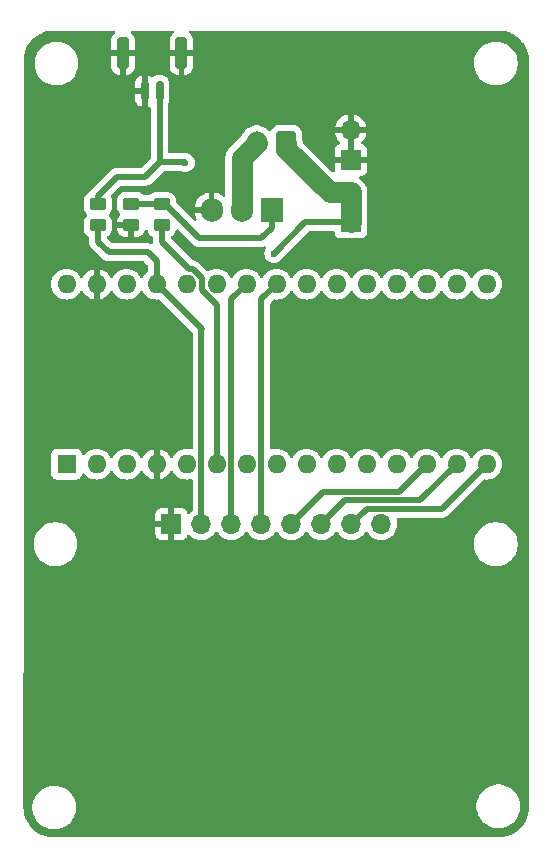
<source format=gbr>
%TF.GenerationSoftware,KiCad,Pcbnew,8.0.5*%
%TF.CreationDate,2024-11-29T22:55:39+01:00*%
%TF.ProjectId,hotendheater,686f7465-6e64-4686-9561-7465722e6b69,rev?*%
%TF.SameCoordinates,Original*%
%TF.FileFunction,Copper,L1,Top*%
%TF.FilePolarity,Positive*%
%FSLAX46Y46*%
G04 Gerber Fmt 4.6, Leading zero omitted, Abs format (unit mm)*
G04 Created by KiCad (PCBNEW 8.0.5) date 2024-11-29 22:55:39*
%MOMM*%
%LPD*%
G01*
G04 APERTURE LIST*
G04 Aperture macros list*
%AMRoundRect*
0 Rectangle with rounded corners*
0 $1 Rounding radius*
0 $2 $3 $4 $5 $6 $7 $8 $9 X,Y pos of 4 corners*
0 Add a 4 corners polygon primitive as box body*
4,1,4,$2,$3,$4,$5,$6,$7,$8,$9,$2,$3,0*
0 Add four circle primitives for the rounded corners*
1,1,$1+$1,$2,$3*
1,1,$1+$1,$4,$5*
1,1,$1+$1,$6,$7*
1,1,$1+$1,$8,$9*
0 Add four rect primitives between the rounded corners*
20,1,$1+$1,$2,$3,$4,$5,0*
20,1,$1+$1,$4,$5,$6,$7,0*
20,1,$1+$1,$6,$7,$8,$9,0*
20,1,$1+$1,$8,$9,$2,$3,0*%
G04 Aperture macros list end*
%TA.AperFunction,SMDPad,CuDef*%
%ADD10RoundRect,0.250000X0.450000X-0.262500X0.450000X0.262500X-0.450000X0.262500X-0.450000X-0.262500X0*%
%TD*%
%TA.AperFunction,SMDPad,CuDef*%
%ADD11RoundRect,0.150000X0.150000X0.700000X-0.150000X0.700000X-0.150000X-0.700000X0.150000X-0.700000X0*%
%TD*%
%TA.AperFunction,SMDPad,CuDef*%
%ADD12RoundRect,0.250000X0.250000X1.100000X-0.250000X1.100000X-0.250000X-1.100000X0.250000X-1.100000X0*%
%TD*%
%TA.AperFunction,ComponentPad*%
%ADD13R,1.905000X2.000000*%
%TD*%
%TA.AperFunction,ComponentPad*%
%ADD14O,1.905000X2.000000*%
%TD*%
%TA.AperFunction,ComponentPad*%
%ADD15R,1.600000X1.600000*%
%TD*%
%TA.AperFunction,ComponentPad*%
%ADD16O,1.600000X1.600000*%
%TD*%
%TA.AperFunction,ComponentPad*%
%ADD17R,1.700000X1.700000*%
%TD*%
%TA.AperFunction,ComponentPad*%
%ADD18O,1.700000X1.700000*%
%TD*%
%TA.AperFunction,ComponentPad*%
%ADD19RoundRect,0.250000X0.600000X0.750000X-0.600000X0.750000X-0.600000X-0.750000X0.600000X-0.750000X0*%
%TD*%
%TA.AperFunction,ComponentPad*%
%ADD20O,1.700000X2.000000*%
%TD*%
%TA.AperFunction,ViaPad*%
%ADD21C,0.600000*%
%TD*%
%TA.AperFunction,Conductor*%
%ADD22C,0.500000*%
%TD*%
%TA.AperFunction,Conductor*%
%ADD23C,1.750000*%
%TD*%
G04 APERTURE END LIST*
D10*
%TO.P,R2,1*%
%TO.N,+5V*%
X113900000Y-78725000D03*
%TO.P,R2,2*%
%TO.N,/Thermistor*%
X113900000Y-76900000D03*
%TD*%
D11*
%TO.P,J6,1,Pin_1*%
%TO.N,/Thermistor*%
X119125000Y-67350000D03*
%TO.P,J6,2,Pin_2*%
%TO.N,GND*%
X117875000Y-67350000D03*
D12*
%TO.P,J6,SH,Shield*%
X120975000Y-64150000D03*
X116025000Y-64150000D03*
%TD*%
D10*
%TO.P,R3,1*%
%TO.N,GND*%
X116700000Y-78700000D03*
%TO.P,R3,2*%
%TO.N,Net-(Q1-G)*%
X116700000Y-76875000D03*
%TD*%
D13*
%TO.P,Q1,1,G*%
%TO.N,Net-(Q1-G)*%
X128600000Y-77400000D03*
D14*
%TO.P,Q1,2,D*%
%TO.N,Net-(J1-Pin_2)*%
X126060000Y-77400000D03*
%TO.P,Q1,3,S*%
%TO.N,GND*%
X123520000Y-77400000D03*
%TD*%
D10*
%TO.P,R1,1*%
%TO.N,/Heater*%
X119300000Y-78725000D03*
%TO.P,R1,2*%
%TO.N,Net-(Q1-G)*%
X119300000Y-76900000D03*
%TD*%
D15*
%TO.P,A1,1,D1/TX*%
%TO.N,unconnected-(A1-D1{slash}TX-Pad1)*%
X111252000Y-98933000D03*
D16*
%TO.P,A1,2,D0/RX*%
%TO.N,unconnected-(A1-D0{slash}RX-Pad2)*%
X113792000Y-98933000D03*
%TO.P,A1,3,~{RESET}*%
%TO.N,unconnected-(A1-~{RESET}-Pad3)*%
X116332000Y-98933000D03*
%TO.P,A1,4,GND*%
%TO.N,GND*%
X118872000Y-98933000D03*
%TO.P,A1,5,D2*%
%TO.N,unconnected-(A1-D2-Pad5)*%
X121412000Y-98933000D03*
%TO.P,A1,6,D3*%
%TO.N,/Heater*%
X123952000Y-98933000D03*
%TO.P,A1,7,D4*%
%TO.N,unconnected-(A1-D4-Pad7)*%
X126492000Y-98933000D03*
%TO.P,A1,8,D5*%
%TO.N,unconnected-(A1-D5-Pad8)*%
X129032000Y-98933000D03*
%TO.P,A1,9,D6*%
%TO.N,unconnected-(A1-D6-Pad9)*%
X131572000Y-98933000D03*
%TO.P,A1,10,D7*%
%TO.N,unconnected-(A1-D7-Pad10)*%
X134112000Y-98933000D03*
%TO.P,A1,11,D8*%
%TO.N,unconnected-(A1-D8-Pad11)*%
X136652000Y-98933000D03*
%TO.P,A1,12,D9*%
%TO.N,unconnected-(A1-D9-Pad12)*%
X139192000Y-98933000D03*
%TO.P,A1,13,D10*%
%TO.N,/Button4*%
X141732000Y-98933000D03*
%TO.P,A1,14,D11*%
%TO.N,/Button3*%
X144272000Y-98933000D03*
%TO.P,A1,15,D12*%
%TO.N,/Button2*%
X146812000Y-98933000D03*
%TO.P,A1,16,D13*%
%TO.N,/Button1*%
X146812000Y-83693000D03*
%TO.P,A1,17,3V3*%
%TO.N,unconnected-(A1-3V3-Pad17)*%
X144272000Y-83693000D03*
%TO.P,A1,18,AREF*%
%TO.N,unconnected-(A1-AREF-Pad18)*%
X141732000Y-83693000D03*
%TO.P,A1,19,A0*%
%TO.N,/Thermistor*%
X139192000Y-83693000D03*
%TO.P,A1,20,A1*%
%TO.N,unconnected-(A1-A1-Pad20)*%
X136652000Y-83693000D03*
%TO.P,A1,21,A2*%
%TO.N,unconnected-(A1-A2-Pad21)*%
X134112000Y-83693000D03*
%TO.P,A1,22,A3*%
%TO.N,unconnected-(A1-A3-Pad22)*%
X131572000Y-83693000D03*
%TO.P,A1,23,A4*%
%TO.N,/SDA*%
X129032000Y-83693000D03*
%TO.P,A1,24,A5*%
%TO.N,/SCL*%
X126492000Y-83693000D03*
%TO.P,A1,25,A6*%
%TO.N,unconnected-(A1-A6-Pad25)*%
X123952000Y-83693000D03*
%TO.P,A1,26,A7*%
%TO.N,unconnected-(A1-A7-Pad26)*%
X121412000Y-83693000D03*
%TO.P,A1,27,+5V*%
%TO.N,+5V*%
X118872000Y-83693000D03*
%TO.P,A1,28,~{RESET}*%
%TO.N,unconnected-(A1-~{RESET}-Pad28)*%
X116332000Y-83693000D03*
%TO.P,A1,29,GND*%
%TO.N,GND*%
X113792000Y-83693000D03*
%TO.P,A1,30,VIN*%
%TO.N,+12V*%
X111252000Y-83693000D03*
%TD*%
D17*
%TO.P,J3,1,Pin_1*%
%TO.N,GND*%
X120125000Y-104000000D03*
D18*
%TO.P,J3,2,Pin_2*%
%TO.N,+5V*%
X122665000Y-104000000D03*
%TO.P,J3,3,Pin_3*%
%TO.N,/SCL*%
X125205000Y-104000000D03*
%TO.P,J3,4,Pin_4*%
%TO.N,/SDA*%
X127745000Y-104000000D03*
%TO.P,J3,5,Pin_5*%
%TO.N,/Button4*%
X130285000Y-104000000D03*
%TO.P,J3,6,Pin_6*%
%TO.N,/Button3*%
X132825000Y-104000000D03*
%TO.P,J3,7,Pin_7*%
%TO.N,/Button2*%
X135365000Y-104000000D03*
%TO.P,J3,8,Pin_8*%
%TO.N,/Button1*%
X137905000Y-104000000D03*
%TD*%
D17*
%TO.P,J4,1,Pin_1*%
%TO.N,+12V*%
X135300000Y-78450000D03*
D18*
%TO.P,J4,2,Pin_2*%
X135300000Y-75910000D03*
%TD*%
D19*
%TO.P,J1,1,Pin_1*%
%TO.N,+12V*%
X129850000Y-71750000D03*
D20*
%TO.P,J1,2,Pin_2*%
%TO.N,Net-(J1-Pin_2)*%
X127350000Y-71750000D03*
%TD*%
D17*
%TO.P,J5,1,Pin_1*%
%TO.N,GND*%
X135300000Y-73200000D03*
D18*
%TO.P,J5,2,Pin_2*%
X135300000Y-70660000D03*
%TD*%
D21*
%TO.N,+12V*%
X128800000Y-81100000D03*
%TO.N,/Thermistor*%
X121300000Y-73400000D03*
%TD*%
D22*
%TO.N,+5V*%
X118872000Y-83693000D02*
X118872000Y-81772000D01*
X118100000Y-81000000D02*
X114800000Y-81000000D01*
X118872000Y-81772000D02*
X118100000Y-81000000D01*
X122665000Y-87560000D02*
X122665000Y-104000000D01*
X118872000Y-83693000D02*
X122702000Y-87523000D01*
X113900000Y-80100000D02*
X113900000Y-78725000D01*
X122702000Y-87523000D02*
X122665000Y-87560000D01*
X114800000Y-81000000D02*
X113900000Y-80100000D01*
D23*
%TO.N,+12V*%
X129850000Y-72250000D02*
X129850000Y-71750000D01*
D22*
X128800000Y-81100000D02*
X131450000Y-78450000D01*
D23*
X135300000Y-75910000D02*
X133510000Y-75910000D01*
X133510000Y-75910000D02*
X129850000Y-72250000D01*
D22*
X131450000Y-78450000D02*
X135300000Y-78450000D01*
D23*
X135300000Y-78450000D02*
X135300000Y-75910000D01*
D22*
%TO.N,/Thermistor*%
X119125000Y-73375000D02*
X117900000Y-74600000D01*
X113900000Y-76200000D02*
X113900000Y-76900000D01*
X121275000Y-73375000D02*
X121300000Y-73400000D01*
X119125000Y-73375000D02*
X121275000Y-73375000D01*
X115500000Y-74600000D02*
X113900000Y-76200000D01*
X119125000Y-67350000D02*
X119125000Y-73375000D01*
X117900000Y-74600000D02*
X115500000Y-74600000D01*
%TO.N,/SCL*%
X125205000Y-104000000D02*
X125205000Y-84980000D01*
X125205000Y-84980000D02*
X126492000Y-83693000D01*
%TO.N,/SDA*%
X127745000Y-84980000D02*
X129032000Y-83693000D01*
X127745000Y-104000000D02*
X127745000Y-84980000D01*
%TO.N,/Heater*%
X123952000Y-98933000D02*
X123952000Y-85460767D01*
X119300000Y-80100000D02*
X119300000Y-78725000D01*
X121929767Y-82443000D02*
X121643000Y-82443000D01*
X122700000Y-84208767D02*
X122700000Y-83213233D01*
X122700000Y-83213233D02*
X121929767Y-82443000D01*
X123952000Y-85460767D02*
X122700000Y-84208767D01*
X121643000Y-82443000D02*
X119300000Y-80100000D01*
%TO.N,/Button2*%
X146812000Y-98933000D02*
X143045000Y-102700000D01*
X136665000Y-102700000D02*
X135365000Y-104000000D01*
X143045000Y-102700000D02*
X136665000Y-102700000D01*
%TO.N,/Button4*%
X132985000Y-101300000D02*
X130285000Y-104000000D01*
X139365000Y-101300000D02*
X132985000Y-101300000D01*
X141732000Y-98933000D02*
X139365000Y-101300000D01*
%TO.N,/Button3*%
X134825000Y-102000000D02*
X132825000Y-104000000D01*
X144272000Y-98933000D02*
X141205000Y-102000000D01*
X141205000Y-102000000D02*
X134825000Y-102000000D01*
%TO.N,Net-(Q1-G)*%
X119600000Y-76900000D02*
X122500000Y-79800000D01*
X127700000Y-79800000D02*
X128600000Y-78900000D01*
X119300000Y-76900000D02*
X119600000Y-76900000D01*
X122500000Y-79800000D02*
X127700000Y-79800000D01*
X119275000Y-76875000D02*
X119300000Y-76900000D01*
X128600000Y-78900000D02*
X128600000Y-77400000D01*
X116700000Y-76875000D02*
X119275000Y-76875000D01*
D23*
%TO.N,Net-(J1-Pin_2)*%
X126060000Y-73040000D02*
X127350000Y-71750000D01*
X126060000Y-77400000D02*
X126060000Y-73040000D01*
%TD*%
%TA.AperFunction,Conductor*%
%TO.N,GND*%
G36*
X135550000Y-72766988D02*
G01*
X135492993Y-72734075D01*
X135365826Y-72700000D01*
X135234174Y-72700000D01*
X135107007Y-72734075D01*
X135050000Y-72766988D01*
X135050000Y-71093012D01*
X135107007Y-71125925D01*
X135234174Y-71160000D01*
X135365826Y-71160000D01*
X135492993Y-71125925D01*
X135550000Y-71093012D01*
X135550000Y-72766988D01*
G37*
%TD.AperFunction*%
%TA.AperFunction,Conductor*%
G36*
X115318852Y-62241505D02*
G01*
X115364607Y-62294309D01*
X115374551Y-62363467D01*
X115345526Y-62427023D01*
X115316909Y-62451359D01*
X115306656Y-62457682D01*
X115182684Y-62581654D01*
X115090643Y-62730875D01*
X115090641Y-62730880D01*
X115035494Y-62897302D01*
X115035493Y-62897309D01*
X115025000Y-63000013D01*
X115025000Y-63900000D01*
X117024999Y-63900000D01*
X117024999Y-63000028D01*
X117024998Y-63000013D01*
X117014505Y-62897302D01*
X116959358Y-62730880D01*
X116959356Y-62730875D01*
X116867315Y-62581654D01*
X116743343Y-62457682D01*
X116733091Y-62451359D01*
X116686366Y-62399412D01*
X116675143Y-62330449D01*
X116702986Y-62266367D01*
X116761054Y-62227510D01*
X116798187Y-62221820D01*
X120201813Y-62221820D01*
X120268852Y-62241505D01*
X120314607Y-62294309D01*
X120324551Y-62363467D01*
X120295526Y-62427023D01*
X120266909Y-62451359D01*
X120256656Y-62457682D01*
X120132684Y-62581654D01*
X120040643Y-62730875D01*
X120040641Y-62730880D01*
X119985494Y-62897302D01*
X119985493Y-62897309D01*
X119975000Y-63000013D01*
X119975000Y-63900000D01*
X121974999Y-63900000D01*
X121974999Y-63000028D01*
X121974998Y-63000013D01*
X121964505Y-62897302D01*
X121909358Y-62730880D01*
X121909356Y-62730875D01*
X121817315Y-62581654D01*
X121693343Y-62457682D01*
X121683091Y-62451359D01*
X121636366Y-62399412D01*
X121625143Y-62330449D01*
X121652986Y-62266367D01*
X121711054Y-62227510D01*
X121748187Y-62221820D01*
X147812787Y-62221820D01*
X147812791Y-62221821D01*
X147874933Y-62221820D01*
X147882419Y-62222045D01*
X148172482Y-62239589D01*
X148187340Y-62241393D01*
X148469475Y-62293095D01*
X148484008Y-62296677D01*
X148592388Y-62330449D01*
X148757859Y-62382011D01*
X148771860Y-62387321D01*
X149033422Y-62505039D01*
X149046680Y-62511997D01*
X149292150Y-62660389D01*
X149304461Y-62668887D01*
X149383590Y-62730880D01*
X149530259Y-62845788D01*
X149541467Y-62855718D01*
X149744281Y-63058532D01*
X149754211Y-63069740D01*
X149890693Y-63243947D01*
X149931108Y-63295532D01*
X149939614Y-63307855D01*
X150088001Y-63553318D01*
X150094960Y-63566577D01*
X150212678Y-63828139D01*
X150217988Y-63842140D01*
X150303321Y-64115988D01*
X150306904Y-64130527D01*
X150358605Y-64412655D01*
X150360410Y-64427520D01*
X150377953Y-64717579D01*
X150378179Y-64725065D01*
X150378179Y-64794991D01*
X150378204Y-64795386D01*
X150399498Y-127996228D01*
X150399272Y-128003757D01*
X150381728Y-128293794D01*
X150379923Y-128308659D01*
X150328219Y-128590798D01*
X150324635Y-128605336D01*
X150239306Y-128879167D01*
X150233997Y-128893168D01*
X150116275Y-129154736D01*
X150109316Y-129167995D01*
X149960928Y-129413459D01*
X149952422Y-129425782D01*
X149775526Y-129651573D01*
X149765596Y-129662781D01*
X149562781Y-129865596D01*
X149551573Y-129875526D01*
X149325782Y-130052422D01*
X149313459Y-130060928D01*
X149067995Y-130209316D01*
X149054736Y-130216275D01*
X148793168Y-130333997D01*
X148779167Y-130339306D01*
X148505336Y-130424635D01*
X148490798Y-130428219D01*
X148208659Y-130479923D01*
X148193794Y-130481728D01*
X147903736Y-130499274D01*
X147896249Y-130499500D01*
X110103751Y-130499500D01*
X110096264Y-130499274D01*
X109806205Y-130481728D01*
X109791340Y-130479923D01*
X109509201Y-130428219D01*
X109494663Y-130424635D01*
X109220832Y-130339306D01*
X109206831Y-130333997D01*
X108945263Y-130216275D01*
X108932004Y-130209316D01*
X108686540Y-130060928D01*
X108674217Y-130052422D01*
X108448426Y-129875526D01*
X108437218Y-129865596D01*
X108234403Y-129662781D01*
X108224473Y-129651573D01*
X108155256Y-129563224D01*
X108047573Y-129425776D01*
X108039075Y-129413465D01*
X107890680Y-129167989D01*
X107883727Y-129154743D01*
X107766000Y-128893163D01*
X107760693Y-128879167D01*
X107711161Y-128720214D01*
X107675363Y-128605335D01*
X107671780Y-128590798D01*
X107654426Y-128496100D01*
X107620075Y-128308657D01*
X107618271Y-128293794D01*
X107610902Y-128171969D01*
X107600726Y-128003748D01*
X107600501Y-127996228D01*
X107600541Y-127878711D01*
X108349500Y-127878711D01*
X108349500Y-128121288D01*
X108381161Y-128361785D01*
X108443947Y-128596104D01*
X108536773Y-128820205D01*
X108536776Y-128820212D01*
X108658064Y-129030289D01*
X108658066Y-129030292D01*
X108658067Y-129030293D01*
X108805733Y-129222736D01*
X108805739Y-129222743D01*
X108977256Y-129394260D01*
X108977263Y-129394266D01*
X109018336Y-129425782D01*
X109169711Y-129541936D01*
X109379788Y-129663224D01*
X109603900Y-129756054D01*
X109838211Y-129818838D01*
X110018586Y-129842584D01*
X110078711Y-129850500D01*
X110078712Y-129850500D01*
X110321289Y-129850500D01*
X110369388Y-129844167D01*
X110561789Y-129818838D01*
X110796100Y-129756054D01*
X111020212Y-129663224D01*
X111230289Y-129541936D01*
X111422738Y-129394265D01*
X111594265Y-129222738D01*
X111741936Y-129030289D01*
X111863224Y-128820212D01*
X111956054Y-128596100D01*
X112018838Y-128361789D01*
X112050500Y-128121288D01*
X112050500Y-127878712D01*
X112037335Y-127778711D01*
X145949500Y-127778711D01*
X145949500Y-128021288D01*
X145981161Y-128261785D01*
X146043947Y-128496104D01*
X146089193Y-128605336D01*
X146136776Y-128720212D01*
X146258064Y-128930289D01*
X146258066Y-128930292D01*
X146258067Y-128930293D01*
X146405733Y-129122736D01*
X146405739Y-129122743D01*
X146577256Y-129294260D01*
X146577262Y-129294265D01*
X146769711Y-129441936D01*
X146979788Y-129563224D01*
X147203900Y-129656054D01*
X147438211Y-129718838D01*
X147618586Y-129742584D01*
X147678711Y-129750500D01*
X147678712Y-129750500D01*
X147921289Y-129750500D01*
X147969388Y-129744167D01*
X148161789Y-129718838D01*
X148396100Y-129656054D01*
X148620212Y-129563224D01*
X148830289Y-129441936D01*
X149022738Y-129294265D01*
X149194265Y-129122738D01*
X149341936Y-128930289D01*
X149463224Y-128720212D01*
X149556054Y-128496100D01*
X149618838Y-128261789D01*
X149650500Y-128021288D01*
X149650500Y-127778712D01*
X149618838Y-127538211D01*
X149556054Y-127303900D01*
X149463224Y-127079788D01*
X149341936Y-126869711D01*
X149194265Y-126677262D01*
X149194260Y-126677256D01*
X149022743Y-126505739D01*
X149022736Y-126505733D01*
X148830293Y-126358067D01*
X148830292Y-126358066D01*
X148830289Y-126358064D01*
X148620212Y-126236776D01*
X148620205Y-126236773D01*
X148396104Y-126143947D01*
X148161785Y-126081161D01*
X147921289Y-126049500D01*
X147921288Y-126049500D01*
X147678712Y-126049500D01*
X147678711Y-126049500D01*
X147438214Y-126081161D01*
X147203895Y-126143947D01*
X146979794Y-126236773D01*
X146979785Y-126236777D01*
X146769706Y-126358067D01*
X146577263Y-126505733D01*
X146577256Y-126505739D01*
X146405739Y-126677256D01*
X146405733Y-126677263D01*
X146258067Y-126869706D01*
X146136777Y-127079785D01*
X146136773Y-127079794D01*
X146043947Y-127303895D01*
X145981161Y-127538214D01*
X145949500Y-127778711D01*
X112037335Y-127778711D01*
X112018838Y-127638211D01*
X111956054Y-127403900D01*
X111863224Y-127179788D01*
X111741936Y-126969711D01*
X111681018Y-126890321D01*
X111594266Y-126777263D01*
X111594260Y-126777256D01*
X111422743Y-126605739D01*
X111422736Y-126605733D01*
X111230293Y-126458067D01*
X111230292Y-126458066D01*
X111230289Y-126458064D01*
X111020212Y-126336776D01*
X111020205Y-126336773D01*
X110796104Y-126243947D01*
X110561785Y-126181161D01*
X110321289Y-126149500D01*
X110321288Y-126149500D01*
X110078712Y-126149500D01*
X110078711Y-126149500D01*
X109838214Y-126181161D01*
X109603895Y-126243947D01*
X109379794Y-126336773D01*
X109379785Y-126336777D01*
X109169706Y-126458067D01*
X108977263Y-126605733D01*
X108977256Y-126605739D01*
X108805739Y-126777256D01*
X108805733Y-126777263D01*
X108658067Y-126969706D01*
X108536777Y-127179785D01*
X108536773Y-127179794D01*
X108443947Y-127403895D01*
X108381161Y-127638214D01*
X108349500Y-127878711D01*
X107600541Y-127878711D01*
X107600575Y-127778712D01*
X107608054Y-105578711D01*
X108449500Y-105578711D01*
X108449500Y-105821288D01*
X108481161Y-106061785D01*
X108543947Y-106296104D01*
X108636773Y-106520205D01*
X108636776Y-106520212D01*
X108758064Y-106730289D01*
X108758066Y-106730292D01*
X108758067Y-106730293D01*
X108905733Y-106922736D01*
X108905739Y-106922743D01*
X109077256Y-107094260D01*
X109077262Y-107094265D01*
X109269711Y-107241936D01*
X109479788Y-107363224D01*
X109703900Y-107456054D01*
X109938211Y-107518838D01*
X110118586Y-107542584D01*
X110178711Y-107550500D01*
X110178712Y-107550500D01*
X110421289Y-107550500D01*
X110469388Y-107544167D01*
X110661789Y-107518838D01*
X110896100Y-107456054D01*
X111120212Y-107363224D01*
X111330289Y-107241936D01*
X111522738Y-107094265D01*
X111694265Y-106922738D01*
X111841936Y-106730289D01*
X111963224Y-106520212D01*
X112056054Y-106296100D01*
X112118838Y-106061789D01*
X112150500Y-105821288D01*
X112150500Y-105578712D01*
X112150500Y-105578711D01*
X145749500Y-105578711D01*
X145749500Y-105821288D01*
X145781161Y-106061785D01*
X145843947Y-106296104D01*
X145936773Y-106520205D01*
X145936776Y-106520212D01*
X146058064Y-106730289D01*
X146058066Y-106730292D01*
X146058067Y-106730293D01*
X146205733Y-106922736D01*
X146205739Y-106922743D01*
X146377256Y-107094260D01*
X146377262Y-107094265D01*
X146569711Y-107241936D01*
X146779788Y-107363224D01*
X147003900Y-107456054D01*
X147238211Y-107518838D01*
X147418586Y-107542584D01*
X147478711Y-107550500D01*
X147478712Y-107550500D01*
X147721289Y-107550500D01*
X147769388Y-107544167D01*
X147961789Y-107518838D01*
X148196100Y-107456054D01*
X148420212Y-107363224D01*
X148630289Y-107241936D01*
X148822738Y-107094265D01*
X148994265Y-106922738D01*
X149141936Y-106730289D01*
X149263224Y-106520212D01*
X149356054Y-106296100D01*
X149418838Y-106061789D01*
X149450500Y-105821288D01*
X149450500Y-105578712D01*
X149418838Y-105338211D01*
X149356054Y-105103900D01*
X149351160Y-105092086D01*
X149269537Y-104895030D01*
X149263224Y-104879788D01*
X149141936Y-104669711D01*
X149081018Y-104590321D01*
X148994266Y-104477263D01*
X148994260Y-104477256D01*
X148822743Y-104305739D01*
X148822736Y-104305733D01*
X148630293Y-104158067D01*
X148630292Y-104158066D01*
X148630289Y-104158064D01*
X148420212Y-104036776D01*
X148331427Y-104000000D01*
X148196104Y-103943947D01*
X147961785Y-103881161D01*
X147721289Y-103849500D01*
X147721288Y-103849500D01*
X147478712Y-103849500D01*
X147478711Y-103849500D01*
X147238214Y-103881161D01*
X147003895Y-103943947D01*
X146779794Y-104036773D01*
X146779785Y-104036777D01*
X146569706Y-104158067D01*
X146377263Y-104305733D01*
X146377256Y-104305739D01*
X146205739Y-104477256D01*
X146205733Y-104477263D01*
X146058067Y-104669706D01*
X146058064Y-104669710D01*
X146058064Y-104669711D01*
X146053374Y-104677834D01*
X145936777Y-104879785D01*
X145936773Y-104879794D01*
X145843947Y-105103895D01*
X145781161Y-105338214D01*
X145749500Y-105578711D01*
X112150500Y-105578711D01*
X112118838Y-105338211D01*
X112056054Y-105103900D01*
X112051160Y-105092086D01*
X111969537Y-104895030D01*
X111963224Y-104879788D01*
X111841936Y-104669711D01*
X111781018Y-104590321D01*
X111694266Y-104477263D01*
X111694260Y-104477256D01*
X111522743Y-104305739D01*
X111522736Y-104305733D01*
X111330293Y-104158067D01*
X111330292Y-104158066D01*
X111330289Y-104158064D01*
X111120212Y-104036776D01*
X111031427Y-104000000D01*
X110896104Y-103943947D01*
X110661785Y-103881161D01*
X110421289Y-103849500D01*
X110421288Y-103849500D01*
X110178712Y-103849500D01*
X110178711Y-103849500D01*
X109938214Y-103881161D01*
X109703895Y-103943947D01*
X109479794Y-104036773D01*
X109479785Y-104036777D01*
X109269706Y-104158067D01*
X109077263Y-104305733D01*
X109077256Y-104305739D01*
X108905739Y-104477256D01*
X108905733Y-104477263D01*
X108758067Y-104669706D01*
X108758064Y-104669710D01*
X108758064Y-104669711D01*
X108753374Y-104677834D01*
X108636777Y-104879785D01*
X108636773Y-104879794D01*
X108543947Y-105103895D01*
X108481161Y-105338214D01*
X108449500Y-105578711D01*
X107608054Y-105578711D01*
X107615427Y-83692998D01*
X109946532Y-83692998D01*
X109946532Y-83693001D01*
X109966364Y-83919686D01*
X109966366Y-83919697D01*
X110025258Y-84139488D01*
X110025261Y-84139497D01*
X110121431Y-84345732D01*
X110121432Y-84345734D01*
X110251954Y-84532141D01*
X110412858Y-84693045D01*
X110412861Y-84693047D01*
X110599266Y-84823568D01*
X110805504Y-84919739D01*
X111025308Y-84978635D01*
X111187230Y-84992801D01*
X111251998Y-84998468D01*
X111252000Y-84998468D01*
X111252002Y-84998468D01*
X111308673Y-84993509D01*
X111478692Y-84978635D01*
X111698496Y-84919739D01*
X111904734Y-84823568D01*
X112091139Y-84693047D01*
X112252047Y-84532139D01*
X112382568Y-84345734D01*
X112409895Y-84287129D01*
X112456064Y-84234695D01*
X112523257Y-84215542D01*
X112590139Y-84235757D01*
X112634657Y-84287133D01*
X112661865Y-84345482D01*
X112792342Y-84531820D01*
X112953179Y-84692657D01*
X113139517Y-84823134D01*
X113345673Y-84919265D01*
X113345682Y-84919269D01*
X113541999Y-84971872D01*
X113542000Y-84971871D01*
X113542000Y-84126012D01*
X113599007Y-84158925D01*
X113726174Y-84193000D01*
X113857826Y-84193000D01*
X113984993Y-84158925D01*
X114042000Y-84126012D01*
X114042000Y-84971872D01*
X114238317Y-84919269D01*
X114238326Y-84919265D01*
X114444482Y-84823134D01*
X114630820Y-84692657D01*
X114791657Y-84531820D01*
X114922132Y-84345484D01*
X114949341Y-84287134D01*
X114995513Y-84234695D01*
X115062707Y-84215542D01*
X115129588Y-84235757D01*
X115174106Y-84287133D01*
X115201431Y-84345732D01*
X115201432Y-84345734D01*
X115331954Y-84532141D01*
X115492858Y-84693045D01*
X115492861Y-84693047D01*
X115679266Y-84823568D01*
X115885504Y-84919739D01*
X116105308Y-84978635D01*
X116267230Y-84992801D01*
X116331998Y-84998468D01*
X116332000Y-84998468D01*
X116332002Y-84998468D01*
X116388673Y-84993509D01*
X116558692Y-84978635D01*
X116778496Y-84919739D01*
X116984734Y-84823568D01*
X117171139Y-84693047D01*
X117332047Y-84532139D01*
X117462568Y-84345734D01*
X117489618Y-84287724D01*
X117535790Y-84235285D01*
X117602983Y-84216133D01*
X117669865Y-84236348D01*
X117714382Y-84287725D01*
X117741429Y-84345728D01*
X117741432Y-84345734D01*
X117871954Y-84532141D01*
X118032858Y-84693045D01*
X118032861Y-84693047D01*
X118219266Y-84823568D01*
X118425504Y-84919739D01*
X118645308Y-84978635D01*
X118807230Y-84992801D01*
X118871998Y-84998468D01*
X118872000Y-84998468D01*
X118872001Y-84998468D01*
X118892062Y-84996712D01*
X119038861Y-84983869D01*
X119107359Y-84997635D01*
X119137348Y-85019716D01*
X121878181Y-87760549D01*
X121911666Y-87821872D01*
X121914500Y-87848230D01*
X121914500Y-97559667D01*
X121894815Y-97626706D01*
X121842011Y-97672461D01*
X121772853Y-97682405D01*
X121758407Y-97679442D01*
X121638697Y-97647366D01*
X121638693Y-97647365D01*
X121638692Y-97647365D01*
X121638691Y-97647364D01*
X121638686Y-97647364D01*
X121412002Y-97627532D01*
X121411998Y-97627532D01*
X121185313Y-97647364D01*
X121185302Y-97647366D01*
X120965511Y-97706258D01*
X120965502Y-97706261D01*
X120759267Y-97802431D01*
X120759265Y-97802432D01*
X120572858Y-97932954D01*
X120411954Y-98093858D01*
X120281433Y-98280264D01*
X120281432Y-98280266D01*
X120281315Y-98280518D01*
X120254106Y-98338867D01*
X120207933Y-98391306D01*
X120140739Y-98410457D01*
X120073858Y-98390241D01*
X120029342Y-98338865D01*
X120002135Y-98280520D01*
X120002134Y-98280518D01*
X119871657Y-98094179D01*
X119710820Y-97933342D01*
X119524482Y-97802865D01*
X119318328Y-97706734D01*
X119122000Y-97654127D01*
X119122000Y-98499988D01*
X119064993Y-98467075D01*
X118937826Y-98433000D01*
X118806174Y-98433000D01*
X118679007Y-98467075D01*
X118622000Y-98499988D01*
X118622000Y-97654127D01*
X118425671Y-97706734D01*
X118219517Y-97802865D01*
X118033179Y-97933342D01*
X117872342Y-98094179D01*
X117741867Y-98280515D01*
X117714657Y-98338867D01*
X117668484Y-98391306D01*
X117601290Y-98410457D01*
X117534409Y-98390241D01*
X117489893Y-98338865D01*
X117462685Y-98280518D01*
X117462568Y-98280266D01*
X117332047Y-98093861D01*
X117332045Y-98093858D01*
X117171141Y-97932954D01*
X116984734Y-97802432D01*
X116984732Y-97802431D01*
X116778497Y-97706261D01*
X116778488Y-97706258D01*
X116558697Y-97647366D01*
X116558693Y-97647365D01*
X116558692Y-97647365D01*
X116558691Y-97647364D01*
X116558686Y-97647364D01*
X116332002Y-97627532D01*
X116331998Y-97627532D01*
X116105313Y-97647364D01*
X116105302Y-97647366D01*
X115885511Y-97706258D01*
X115885502Y-97706261D01*
X115679267Y-97802431D01*
X115679265Y-97802432D01*
X115492858Y-97932954D01*
X115331954Y-98093858D01*
X115201432Y-98280265D01*
X115201431Y-98280267D01*
X115174382Y-98338275D01*
X115128209Y-98390714D01*
X115061016Y-98409866D01*
X114994135Y-98389650D01*
X114949618Y-98338275D01*
X114922686Y-98280520D01*
X114922568Y-98280266D01*
X114792047Y-98093861D01*
X114792045Y-98093858D01*
X114631141Y-97932954D01*
X114444734Y-97802432D01*
X114444732Y-97802431D01*
X114238497Y-97706261D01*
X114238488Y-97706258D01*
X114018697Y-97647366D01*
X114018693Y-97647365D01*
X114018692Y-97647365D01*
X114018691Y-97647364D01*
X114018686Y-97647364D01*
X113792002Y-97627532D01*
X113791998Y-97627532D01*
X113565313Y-97647364D01*
X113565302Y-97647366D01*
X113345511Y-97706258D01*
X113345502Y-97706261D01*
X113139267Y-97802431D01*
X113139265Y-97802432D01*
X112952858Y-97932954D01*
X112791954Y-98093858D01*
X112774725Y-98118464D01*
X112720147Y-98162088D01*
X112650648Y-98169280D01*
X112588294Y-98137757D01*
X112552882Y-98077526D01*
X112549861Y-98060591D01*
X112546091Y-98025516D01*
X112495797Y-97890671D01*
X112495793Y-97890664D01*
X112409547Y-97775455D01*
X112409544Y-97775452D01*
X112294335Y-97689206D01*
X112294328Y-97689202D01*
X112159482Y-97638908D01*
X112159483Y-97638908D01*
X112099883Y-97632501D01*
X112099881Y-97632500D01*
X112099873Y-97632500D01*
X112099864Y-97632500D01*
X110404129Y-97632500D01*
X110404123Y-97632501D01*
X110344516Y-97638908D01*
X110209671Y-97689202D01*
X110209664Y-97689206D01*
X110094455Y-97775452D01*
X110094452Y-97775455D01*
X110008206Y-97890664D01*
X110008202Y-97890671D01*
X109957908Y-98025517D01*
X109951501Y-98085116D01*
X109951500Y-98085135D01*
X109951500Y-99780870D01*
X109951501Y-99780876D01*
X109957908Y-99840483D01*
X110008202Y-99975328D01*
X110008206Y-99975335D01*
X110094452Y-100090544D01*
X110094455Y-100090547D01*
X110209664Y-100176793D01*
X110209671Y-100176797D01*
X110344517Y-100227091D01*
X110344516Y-100227091D01*
X110351444Y-100227835D01*
X110404127Y-100233500D01*
X112099872Y-100233499D01*
X112159483Y-100227091D01*
X112294331Y-100176796D01*
X112409546Y-100090546D01*
X112495796Y-99975331D01*
X112546091Y-99840483D01*
X112549862Y-99805401D01*
X112576599Y-99740855D01*
X112633990Y-99701006D01*
X112703816Y-99698511D01*
X112763905Y-99734163D01*
X112774726Y-99747536D01*
X112791956Y-99772143D01*
X112952858Y-99933045D01*
X112952861Y-99933047D01*
X113139266Y-100063568D01*
X113345504Y-100159739D01*
X113565308Y-100218635D01*
X113727230Y-100232801D01*
X113791998Y-100238468D01*
X113792000Y-100238468D01*
X113792002Y-100238468D01*
X113848807Y-100233498D01*
X114018692Y-100218635D01*
X114238496Y-100159739D01*
X114444734Y-100063568D01*
X114631139Y-99933047D01*
X114792047Y-99772139D01*
X114922568Y-99585734D01*
X114949618Y-99527724D01*
X114995790Y-99475285D01*
X115062983Y-99456133D01*
X115129865Y-99476348D01*
X115174382Y-99527725D01*
X115201429Y-99585728D01*
X115201432Y-99585734D01*
X115331954Y-99772141D01*
X115492858Y-99933045D01*
X115492861Y-99933047D01*
X115679266Y-100063568D01*
X115885504Y-100159739D01*
X116105308Y-100218635D01*
X116267230Y-100232801D01*
X116331998Y-100238468D01*
X116332000Y-100238468D01*
X116332002Y-100238468D01*
X116388807Y-100233498D01*
X116558692Y-100218635D01*
X116778496Y-100159739D01*
X116984734Y-100063568D01*
X117171139Y-99933047D01*
X117332047Y-99772139D01*
X117462568Y-99585734D01*
X117489895Y-99527129D01*
X117536064Y-99474695D01*
X117603257Y-99455542D01*
X117670139Y-99475757D01*
X117714657Y-99527133D01*
X117741865Y-99585482D01*
X117872342Y-99771820D01*
X118033179Y-99932657D01*
X118219517Y-100063134D01*
X118425673Y-100159265D01*
X118425682Y-100159269D01*
X118621999Y-100211872D01*
X118622000Y-100211871D01*
X118622000Y-99366012D01*
X118679007Y-99398925D01*
X118806174Y-99433000D01*
X118937826Y-99433000D01*
X119064993Y-99398925D01*
X119122000Y-99366012D01*
X119122000Y-100211872D01*
X119318317Y-100159269D01*
X119318326Y-100159265D01*
X119524482Y-100063134D01*
X119710820Y-99932657D01*
X119871657Y-99771820D01*
X120002132Y-99585484D01*
X120029341Y-99527134D01*
X120075513Y-99474695D01*
X120142707Y-99455542D01*
X120209588Y-99475757D01*
X120254106Y-99527133D01*
X120281431Y-99585732D01*
X120281432Y-99585734D01*
X120411954Y-99772141D01*
X120572858Y-99933045D01*
X120572861Y-99933047D01*
X120759266Y-100063568D01*
X120965504Y-100159739D01*
X121185308Y-100218635D01*
X121347230Y-100232801D01*
X121411998Y-100238468D01*
X121412000Y-100238468D01*
X121412002Y-100238468D01*
X121468807Y-100233498D01*
X121638692Y-100218635D01*
X121758409Y-100186557D01*
X121828256Y-100188220D01*
X121886119Y-100227382D01*
X121913623Y-100291611D01*
X121914500Y-100306332D01*
X121914500Y-102812298D01*
X121894815Y-102879337D01*
X121861625Y-102913872D01*
X121793599Y-102961505D01*
X121671284Y-103083819D01*
X121609960Y-103117303D01*
X121540269Y-103112318D01*
X121484335Y-103070447D01*
X121467421Y-103039470D01*
X121418354Y-102907913D01*
X121418350Y-102907906D01*
X121332190Y-102792812D01*
X121332187Y-102792809D01*
X121217093Y-102706649D01*
X121217086Y-102706645D01*
X121082379Y-102656403D01*
X121082372Y-102656401D01*
X121022844Y-102650000D01*
X120375000Y-102650000D01*
X120375000Y-103566988D01*
X120317993Y-103534075D01*
X120190826Y-103500000D01*
X120059174Y-103500000D01*
X119932007Y-103534075D01*
X119875000Y-103566988D01*
X119875000Y-102650000D01*
X119227155Y-102650000D01*
X119167627Y-102656401D01*
X119167620Y-102656403D01*
X119032913Y-102706645D01*
X119032906Y-102706649D01*
X118917812Y-102792809D01*
X118917809Y-102792812D01*
X118831649Y-102907906D01*
X118831645Y-102907913D01*
X118781403Y-103042620D01*
X118781401Y-103042627D01*
X118775000Y-103102155D01*
X118775000Y-103750000D01*
X119691988Y-103750000D01*
X119659075Y-103807007D01*
X119625000Y-103934174D01*
X119625000Y-104065826D01*
X119659075Y-104192993D01*
X119691988Y-104250000D01*
X118775000Y-104250000D01*
X118775000Y-104897844D01*
X118781401Y-104957372D01*
X118781403Y-104957379D01*
X118831645Y-105092086D01*
X118831649Y-105092093D01*
X118917809Y-105207187D01*
X118917812Y-105207190D01*
X119032906Y-105293350D01*
X119032913Y-105293354D01*
X119167620Y-105343596D01*
X119167627Y-105343598D01*
X119227155Y-105349999D01*
X119227172Y-105350000D01*
X119875000Y-105350000D01*
X119875000Y-104433012D01*
X119932007Y-104465925D01*
X120059174Y-104500000D01*
X120190826Y-104500000D01*
X120317993Y-104465925D01*
X120375000Y-104433012D01*
X120375000Y-105350000D01*
X121022828Y-105350000D01*
X121022844Y-105349999D01*
X121082372Y-105343598D01*
X121082379Y-105343596D01*
X121217086Y-105293354D01*
X121217093Y-105293350D01*
X121332187Y-105207190D01*
X121332190Y-105207187D01*
X121418350Y-105092093D01*
X121418354Y-105092086D01*
X121467422Y-104960529D01*
X121509293Y-104904595D01*
X121574757Y-104880178D01*
X121643030Y-104895030D01*
X121671285Y-104916181D01*
X121793599Y-105038495D01*
X121870135Y-105092086D01*
X121987165Y-105174032D01*
X121987167Y-105174033D01*
X121987170Y-105174035D01*
X122201337Y-105273903D01*
X122429592Y-105335063D01*
X122600319Y-105350000D01*
X122664999Y-105355659D01*
X122665000Y-105355659D01*
X122665001Y-105355659D01*
X122729681Y-105350000D01*
X122900408Y-105335063D01*
X123128663Y-105273903D01*
X123342830Y-105174035D01*
X123536401Y-105038495D01*
X123703495Y-104871401D01*
X123833425Y-104685842D01*
X123888002Y-104642217D01*
X123957500Y-104635023D01*
X124019855Y-104666546D01*
X124036575Y-104685842D01*
X124166500Y-104871395D01*
X124166505Y-104871401D01*
X124333599Y-105038495D01*
X124410135Y-105092086D01*
X124527165Y-105174032D01*
X124527167Y-105174033D01*
X124527170Y-105174035D01*
X124741337Y-105273903D01*
X124969592Y-105335063D01*
X125140319Y-105350000D01*
X125204999Y-105355659D01*
X125205000Y-105355659D01*
X125205001Y-105355659D01*
X125269681Y-105350000D01*
X125440408Y-105335063D01*
X125668663Y-105273903D01*
X125882830Y-105174035D01*
X126076401Y-105038495D01*
X126243495Y-104871401D01*
X126373425Y-104685842D01*
X126428002Y-104642217D01*
X126497500Y-104635023D01*
X126559855Y-104666546D01*
X126576575Y-104685842D01*
X126706500Y-104871395D01*
X126706505Y-104871401D01*
X126873599Y-105038495D01*
X126950135Y-105092086D01*
X127067165Y-105174032D01*
X127067167Y-105174033D01*
X127067170Y-105174035D01*
X127281337Y-105273903D01*
X127509592Y-105335063D01*
X127680319Y-105350000D01*
X127744999Y-105355659D01*
X127745000Y-105355659D01*
X127745001Y-105355659D01*
X127809681Y-105350000D01*
X127980408Y-105335063D01*
X128208663Y-105273903D01*
X128422830Y-105174035D01*
X128616401Y-105038495D01*
X128783495Y-104871401D01*
X128913425Y-104685842D01*
X128968002Y-104642217D01*
X129037500Y-104635023D01*
X129099855Y-104666546D01*
X129116575Y-104685842D01*
X129246500Y-104871395D01*
X129246505Y-104871401D01*
X129413599Y-105038495D01*
X129490135Y-105092086D01*
X129607165Y-105174032D01*
X129607167Y-105174033D01*
X129607170Y-105174035D01*
X129821337Y-105273903D01*
X130049592Y-105335063D01*
X130220319Y-105350000D01*
X130284999Y-105355659D01*
X130285000Y-105355659D01*
X130285001Y-105355659D01*
X130349681Y-105350000D01*
X130520408Y-105335063D01*
X130748663Y-105273903D01*
X130962830Y-105174035D01*
X131156401Y-105038495D01*
X131323495Y-104871401D01*
X131453425Y-104685842D01*
X131508002Y-104642217D01*
X131577500Y-104635023D01*
X131639855Y-104666546D01*
X131656575Y-104685842D01*
X131786500Y-104871395D01*
X131786505Y-104871401D01*
X131953599Y-105038495D01*
X132030135Y-105092086D01*
X132147165Y-105174032D01*
X132147167Y-105174033D01*
X132147170Y-105174035D01*
X132361337Y-105273903D01*
X132589592Y-105335063D01*
X132760319Y-105350000D01*
X132824999Y-105355659D01*
X132825000Y-105355659D01*
X132825001Y-105355659D01*
X132889681Y-105350000D01*
X133060408Y-105335063D01*
X133288663Y-105273903D01*
X133502830Y-105174035D01*
X133696401Y-105038495D01*
X133863495Y-104871401D01*
X133993425Y-104685842D01*
X134048002Y-104642217D01*
X134117500Y-104635023D01*
X134179855Y-104666546D01*
X134196575Y-104685842D01*
X134326500Y-104871395D01*
X134326505Y-104871401D01*
X134493599Y-105038495D01*
X134570135Y-105092086D01*
X134687165Y-105174032D01*
X134687167Y-105174033D01*
X134687170Y-105174035D01*
X134901337Y-105273903D01*
X135129592Y-105335063D01*
X135300319Y-105350000D01*
X135364999Y-105355659D01*
X135365000Y-105355659D01*
X135365001Y-105355659D01*
X135429681Y-105350000D01*
X135600408Y-105335063D01*
X135828663Y-105273903D01*
X136042830Y-105174035D01*
X136236401Y-105038495D01*
X136403495Y-104871401D01*
X136533425Y-104685842D01*
X136588002Y-104642217D01*
X136657500Y-104635023D01*
X136719855Y-104666546D01*
X136736575Y-104685842D01*
X136866500Y-104871395D01*
X136866505Y-104871401D01*
X137033599Y-105038495D01*
X137110135Y-105092086D01*
X137227165Y-105174032D01*
X137227167Y-105174033D01*
X137227170Y-105174035D01*
X137441337Y-105273903D01*
X137669592Y-105335063D01*
X137840319Y-105350000D01*
X137904999Y-105355659D01*
X137905000Y-105355659D01*
X137905001Y-105355659D01*
X137969681Y-105350000D01*
X138140408Y-105335063D01*
X138368663Y-105273903D01*
X138582830Y-105174035D01*
X138776401Y-105038495D01*
X138943495Y-104871401D01*
X139079035Y-104677830D01*
X139178903Y-104463663D01*
X139240063Y-104235408D01*
X139260659Y-104000000D01*
X139240063Y-103764592D01*
X139197728Y-103606593D01*
X139199391Y-103536743D01*
X139238554Y-103478881D01*
X139302782Y-103451377D01*
X139317503Y-103450500D01*
X143118920Y-103450500D01*
X143216462Y-103431096D01*
X143263913Y-103421658D01*
X143400495Y-103365084D01*
X143464719Y-103322171D01*
X143523416Y-103282952D01*
X146546652Y-100259714D01*
X146607973Y-100226231D01*
X146645135Y-100223869D01*
X146788366Y-100236400D01*
X146811999Y-100238468D01*
X146812000Y-100238468D01*
X146812002Y-100238468D01*
X146868807Y-100233498D01*
X147038692Y-100218635D01*
X147258496Y-100159739D01*
X147464734Y-100063568D01*
X147651139Y-99933047D01*
X147812047Y-99772139D01*
X147942568Y-99585734D01*
X148038739Y-99379496D01*
X148097635Y-99159692D01*
X148117468Y-98933000D01*
X148097635Y-98706308D01*
X148038739Y-98486504D01*
X147942568Y-98280266D01*
X147812047Y-98093861D01*
X147812045Y-98093858D01*
X147651141Y-97932954D01*
X147464734Y-97802432D01*
X147464732Y-97802431D01*
X147258497Y-97706261D01*
X147258488Y-97706258D01*
X147038697Y-97647366D01*
X147038693Y-97647365D01*
X147038692Y-97647365D01*
X147038691Y-97647364D01*
X147038686Y-97647364D01*
X146812002Y-97627532D01*
X146811998Y-97627532D01*
X146585313Y-97647364D01*
X146585302Y-97647366D01*
X146365511Y-97706258D01*
X146365502Y-97706261D01*
X146159267Y-97802431D01*
X146159265Y-97802432D01*
X145972858Y-97932954D01*
X145811954Y-98093858D01*
X145681432Y-98280265D01*
X145681431Y-98280267D01*
X145654382Y-98338275D01*
X145608209Y-98390714D01*
X145541016Y-98409866D01*
X145474135Y-98389650D01*
X145429618Y-98338275D01*
X145402686Y-98280520D01*
X145402568Y-98280266D01*
X145272047Y-98093861D01*
X145272045Y-98093858D01*
X145111141Y-97932954D01*
X144924734Y-97802432D01*
X144924732Y-97802431D01*
X144718497Y-97706261D01*
X144718488Y-97706258D01*
X144498697Y-97647366D01*
X144498693Y-97647365D01*
X144498692Y-97647365D01*
X144498691Y-97647364D01*
X144498686Y-97647364D01*
X144272002Y-97627532D01*
X144271998Y-97627532D01*
X144045313Y-97647364D01*
X144045302Y-97647366D01*
X143825511Y-97706258D01*
X143825502Y-97706261D01*
X143619267Y-97802431D01*
X143619265Y-97802432D01*
X143432858Y-97932954D01*
X143271954Y-98093858D01*
X143141432Y-98280265D01*
X143141431Y-98280267D01*
X143114382Y-98338275D01*
X143068209Y-98390714D01*
X143001016Y-98409866D01*
X142934135Y-98389650D01*
X142889618Y-98338275D01*
X142862686Y-98280520D01*
X142862568Y-98280266D01*
X142732047Y-98093861D01*
X142732045Y-98093858D01*
X142571141Y-97932954D01*
X142384734Y-97802432D01*
X142384732Y-97802431D01*
X142178497Y-97706261D01*
X142178488Y-97706258D01*
X141958697Y-97647366D01*
X141958693Y-97647365D01*
X141958692Y-97647365D01*
X141958691Y-97647364D01*
X141958686Y-97647364D01*
X141732002Y-97627532D01*
X141731998Y-97627532D01*
X141505313Y-97647364D01*
X141505302Y-97647366D01*
X141285511Y-97706258D01*
X141285502Y-97706261D01*
X141079267Y-97802431D01*
X141079265Y-97802432D01*
X140892858Y-97932954D01*
X140731954Y-98093858D01*
X140601432Y-98280265D01*
X140601431Y-98280267D01*
X140574382Y-98338275D01*
X140528209Y-98390714D01*
X140461016Y-98409866D01*
X140394135Y-98389650D01*
X140349618Y-98338275D01*
X140322686Y-98280520D01*
X140322568Y-98280266D01*
X140192047Y-98093861D01*
X140192045Y-98093858D01*
X140031141Y-97932954D01*
X139844734Y-97802432D01*
X139844732Y-97802431D01*
X139638497Y-97706261D01*
X139638488Y-97706258D01*
X139418697Y-97647366D01*
X139418693Y-97647365D01*
X139418692Y-97647365D01*
X139418691Y-97647364D01*
X139418686Y-97647364D01*
X139192002Y-97627532D01*
X139191998Y-97627532D01*
X138965313Y-97647364D01*
X138965302Y-97647366D01*
X138745511Y-97706258D01*
X138745502Y-97706261D01*
X138539267Y-97802431D01*
X138539265Y-97802432D01*
X138352858Y-97932954D01*
X138191954Y-98093858D01*
X138061432Y-98280265D01*
X138061431Y-98280267D01*
X138034382Y-98338275D01*
X137988209Y-98390714D01*
X137921016Y-98409866D01*
X137854135Y-98389650D01*
X137809618Y-98338275D01*
X137782686Y-98280520D01*
X137782568Y-98280266D01*
X137652047Y-98093861D01*
X137652045Y-98093858D01*
X137491141Y-97932954D01*
X137304734Y-97802432D01*
X137304732Y-97802431D01*
X137098497Y-97706261D01*
X137098488Y-97706258D01*
X136878697Y-97647366D01*
X136878693Y-97647365D01*
X136878692Y-97647365D01*
X136878691Y-97647364D01*
X136878686Y-97647364D01*
X136652002Y-97627532D01*
X136651998Y-97627532D01*
X136425313Y-97647364D01*
X136425302Y-97647366D01*
X136205511Y-97706258D01*
X136205502Y-97706261D01*
X135999267Y-97802431D01*
X135999265Y-97802432D01*
X135812858Y-97932954D01*
X135651954Y-98093858D01*
X135521432Y-98280265D01*
X135521431Y-98280267D01*
X135494382Y-98338275D01*
X135448209Y-98390714D01*
X135381016Y-98409866D01*
X135314135Y-98389650D01*
X135269618Y-98338275D01*
X135242686Y-98280520D01*
X135242568Y-98280266D01*
X135112047Y-98093861D01*
X135112045Y-98093858D01*
X134951141Y-97932954D01*
X134764734Y-97802432D01*
X134764732Y-97802431D01*
X134558497Y-97706261D01*
X134558488Y-97706258D01*
X134338697Y-97647366D01*
X134338693Y-97647365D01*
X134338692Y-97647365D01*
X134338691Y-97647364D01*
X134338686Y-97647364D01*
X134112002Y-97627532D01*
X134111998Y-97627532D01*
X133885313Y-97647364D01*
X133885302Y-97647366D01*
X133665511Y-97706258D01*
X133665502Y-97706261D01*
X133459267Y-97802431D01*
X133459265Y-97802432D01*
X133272858Y-97932954D01*
X133111954Y-98093858D01*
X132981432Y-98280265D01*
X132981431Y-98280267D01*
X132954382Y-98338275D01*
X132908209Y-98390714D01*
X132841016Y-98409866D01*
X132774135Y-98389650D01*
X132729618Y-98338275D01*
X132702686Y-98280520D01*
X132702568Y-98280266D01*
X132572047Y-98093861D01*
X132572045Y-98093858D01*
X132411141Y-97932954D01*
X132224734Y-97802432D01*
X132224732Y-97802431D01*
X132018497Y-97706261D01*
X132018488Y-97706258D01*
X131798697Y-97647366D01*
X131798693Y-97647365D01*
X131798692Y-97647365D01*
X131798691Y-97647364D01*
X131798686Y-97647364D01*
X131572002Y-97627532D01*
X131571998Y-97627532D01*
X131345313Y-97647364D01*
X131345302Y-97647366D01*
X131125511Y-97706258D01*
X131125502Y-97706261D01*
X130919267Y-97802431D01*
X130919265Y-97802432D01*
X130732858Y-97932954D01*
X130571954Y-98093858D01*
X130441432Y-98280265D01*
X130441431Y-98280267D01*
X130414382Y-98338275D01*
X130368209Y-98390714D01*
X130301016Y-98409866D01*
X130234135Y-98389650D01*
X130189618Y-98338275D01*
X130162686Y-98280520D01*
X130162568Y-98280266D01*
X130032047Y-98093861D01*
X130032045Y-98093858D01*
X129871141Y-97932954D01*
X129684734Y-97802432D01*
X129684732Y-97802431D01*
X129478497Y-97706261D01*
X129478488Y-97706258D01*
X129258697Y-97647366D01*
X129258693Y-97647365D01*
X129258692Y-97647365D01*
X129258691Y-97647364D01*
X129258686Y-97647364D01*
X129032002Y-97627532D01*
X129031998Y-97627532D01*
X128805313Y-97647364D01*
X128805302Y-97647366D01*
X128651593Y-97688552D01*
X128581743Y-97686889D01*
X128523881Y-97647726D01*
X128496377Y-97583498D01*
X128495500Y-97568777D01*
X128495500Y-85342229D01*
X128515185Y-85275190D01*
X128531815Y-85254552D01*
X128766652Y-85019714D01*
X128827973Y-84986231D01*
X128865135Y-84983869D01*
X129008366Y-84996400D01*
X129031999Y-84998468D01*
X129032000Y-84998468D01*
X129032002Y-84998468D01*
X129088673Y-84993509D01*
X129258692Y-84978635D01*
X129478496Y-84919739D01*
X129684734Y-84823568D01*
X129871139Y-84693047D01*
X130032047Y-84532139D01*
X130162568Y-84345734D01*
X130189618Y-84287724D01*
X130235790Y-84235285D01*
X130302983Y-84216133D01*
X130369865Y-84236348D01*
X130414382Y-84287725D01*
X130441429Y-84345728D01*
X130441432Y-84345734D01*
X130571954Y-84532141D01*
X130732858Y-84693045D01*
X130732861Y-84693047D01*
X130919266Y-84823568D01*
X131125504Y-84919739D01*
X131345308Y-84978635D01*
X131507230Y-84992801D01*
X131571998Y-84998468D01*
X131572000Y-84998468D01*
X131572002Y-84998468D01*
X131628673Y-84993509D01*
X131798692Y-84978635D01*
X132018496Y-84919739D01*
X132224734Y-84823568D01*
X132411139Y-84693047D01*
X132572047Y-84532139D01*
X132702568Y-84345734D01*
X132729618Y-84287724D01*
X132775790Y-84235285D01*
X132842983Y-84216133D01*
X132909865Y-84236348D01*
X132954382Y-84287725D01*
X132981429Y-84345728D01*
X132981432Y-84345734D01*
X133111954Y-84532141D01*
X133272858Y-84693045D01*
X133272861Y-84693047D01*
X133459266Y-84823568D01*
X133665504Y-84919739D01*
X133885308Y-84978635D01*
X134047230Y-84992801D01*
X134111998Y-84998468D01*
X134112000Y-84998468D01*
X134112002Y-84998468D01*
X134168673Y-84993509D01*
X134338692Y-84978635D01*
X134558496Y-84919739D01*
X134764734Y-84823568D01*
X134951139Y-84693047D01*
X135112047Y-84532139D01*
X135242568Y-84345734D01*
X135269618Y-84287724D01*
X135315790Y-84235285D01*
X135382983Y-84216133D01*
X135449865Y-84236348D01*
X135494382Y-84287725D01*
X135521429Y-84345728D01*
X135521432Y-84345734D01*
X135651954Y-84532141D01*
X135812858Y-84693045D01*
X135812861Y-84693047D01*
X135999266Y-84823568D01*
X136205504Y-84919739D01*
X136425308Y-84978635D01*
X136587230Y-84992801D01*
X136651998Y-84998468D01*
X136652000Y-84998468D01*
X136652002Y-84998468D01*
X136708673Y-84993509D01*
X136878692Y-84978635D01*
X137098496Y-84919739D01*
X137304734Y-84823568D01*
X137491139Y-84693047D01*
X137652047Y-84532139D01*
X137782568Y-84345734D01*
X137809618Y-84287724D01*
X137855790Y-84235285D01*
X137922983Y-84216133D01*
X137989865Y-84236348D01*
X138034382Y-84287725D01*
X138061429Y-84345728D01*
X138061432Y-84345734D01*
X138191954Y-84532141D01*
X138352858Y-84693045D01*
X138352861Y-84693047D01*
X138539266Y-84823568D01*
X138745504Y-84919739D01*
X138965308Y-84978635D01*
X139127230Y-84992801D01*
X139191998Y-84998468D01*
X139192000Y-84998468D01*
X139192002Y-84998468D01*
X139248673Y-84993509D01*
X139418692Y-84978635D01*
X139638496Y-84919739D01*
X139844734Y-84823568D01*
X140031139Y-84693047D01*
X140192047Y-84532139D01*
X140322568Y-84345734D01*
X140349618Y-84287724D01*
X140395790Y-84235285D01*
X140462983Y-84216133D01*
X140529865Y-84236348D01*
X140574382Y-84287725D01*
X140601429Y-84345728D01*
X140601432Y-84345734D01*
X140731954Y-84532141D01*
X140892858Y-84693045D01*
X140892861Y-84693047D01*
X141079266Y-84823568D01*
X141285504Y-84919739D01*
X141505308Y-84978635D01*
X141667230Y-84992801D01*
X141731998Y-84998468D01*
X141732000Y-84998468D01*
X141732002Y-84998468D01*
X141788673Y-84993509D01*
X141958692Y-84978635D01*
X142178496Y-84919739D01*
X142384734Y-84823568D01*
X142571139Y-84693047D01*
X142732047Y-84532139D01*
X142862568Y-84345734D01*
X142889618Y-84287724D01*
X142935790Y-84235285D01*
X143002983Y-84216133D01*
X143069865Y-84236348D01*
X143114382Y-84287725D01*
X143141429Y-84345728D01*
X143141432Y-84345734D01*
X143271954Y-84532141D01*
X143432858Y-84693045D01*
X143432861Y-84693047D01*
X143619266Y-84823568D01*
X143825504Y-84919739D01*
X144045308Y-84978635D01*
X144207230Y-84992801D01*
X144271998Y-84998468D01*
X144272000Y-84998468D01*
X144272002Y-84998468D01*
X144328673Y-84993509D01*
X144498692Y-84978635D01*
X144718496Y-84919739D01*
X144924734Y-84823568D01*
X145111139Y-84693047D01*
X145272047Y-84532139D01*
X145402568Y-84345734D01*
X145429618Y-84287724D01*
X145475790Y-84235285D01*
X145542983Y-84216133D01*
X145609865Y-84236348D01*
X145654382Y-84287725D01*
X145681429Y-84345728D01*
X145681432Y-84345734D01*
X145811954Y-84532141D01*
X145972858Y-84693045D01*
X145972861Y-84693047D01*
X146159266Y-84823568D01*
X146365504Y-84919739D01*
X146585308Y-84978635D01*
X146747230Y-84992801D01*
X146811998Y-84998468D01*
X146812000Y-84998468D01*
X146812002Y-84998468D01*
X146868673Y-84993509D01*
X147038692Y-84978635D01*
X147258496Y-84919739D01*
X147464734Y-84823568D01*
X147651139Y-84693047D01*
X147812047Y-84532139D01*
X147942568Y-84345734D01*
X148038739Y-84139496D01*
X148097635Y-83919692D01*
X148117468Y-83693000D01*
X148097635Y-83466308D01*
X148038739Y-83246504D01*
X147942568Y-83040266D01*
X147812047Y-82853861D01*
X147812045Y-82853858D01*
X147651141Y-82692954D01*
X147464734Y-82562432D01*
X147464732Y-82562431D01*
X147258497Y-82466261D01*
X147258488Y-82466258D01*
X147038697Y-82407366D01*
X147038693Y-82407365D01*
X147038692Y-82407365D01*
X147038691Y-82407364D01*
X147038686Y-82407364D01*
X146812002Y-82387532D01*
X146811998Y-82387532D01*
X146585313Y-82407364D01*
X146585302Y-82407366D01*
X146365511Y-82466258D01*
X146365502Y-82466261D01*
X146159267Y-82562431D01*
X146159265Y-82562432D01*
X145972858Y-82692954D01*
X145811954Y-82853858D01*
X145681432Y-83040265D01*
X145681431Y-83040267D01*
X145654382Y-83098275D01*
X145608209Y-83150714D01*
X145541016Y-83169866D01*
X145474135Y-83149650D01*
X145429618Y-83098275D01*
X145402686Y-83040520D01*
X145402568Y-83040266D01*
X145272047Y-82853861D01*
X145272045Y-82853858D01*
X145111141Y-82692954D01*
X144924734Y-82562432D01*
X144924732Y-82562431D01*
X144718497Y-82466261D01*
X144718488Y-82466258D01*
X144498697Y-82407366D01*
X144498693Y-82407365D01*
X144498692Y-82407365D01*
X144498691Y-82407364D01*
X144498686Y-82407364D01*
X144272002Y-82387532D01*
X144271998Y-82387532D01*
X144045313Y-82407364D01*
X144045302Y-82407366D01*
X143825511Y-82466258D01*
X143825502Y-82466261D01*
X143619267Y-82562431D01*
X143619265Y-82562432D01*
X143432858Y-82692954D01*
X143271954Y-82853858D01*
X143141432Y-83040265D01*
X143141431Y-83040267D01*
X143114382Y-83098275D01*
X143068209Y-83150714D01*
X143001016Y-83169866D01*
X142934135Y-83149650D01*
X142889618Y-83098275D01*
X142862686Y-83040520D01*
X142862568Y-83040266D01*
X142732047Y-82853861D01*
X142732045Y-82853858D01*
X142571141Y-82692954D01*
X142384734Y-82562432D01*
X142384732Y-82562431D01*
X142178497Y-82466261D01*
X142178488Y-82466258D01*
X141958697Y-82407366D01*
X141958693Y-82407365D01*
X141958692Y-82407365D01*
X141958691Y-82407364D01*
X141958686Y-82407364D01*
X141732002Y-82387532D01*
X141731998Y-82387532D01*
X141505313Y-82407364D01*
X141505302Y-82407366D01*
X141285511Y-82466258D01*
X141285502Y-82466261D01*
X141079267Y-82562431D01*
X141079265Y-82562432D01*
X140892858Y-82692954D01*
X140731954Y-82853858D01*
X140601432Y-83040265D01*
X140601431Y-83040267D01*
X140574382Y-83098275D01*
X140528209Y-83150714D01*
X140461016Y-83169866D01*
X140394135Y-83149650D01*
X140349618Y-83098275D01*
X140322686Y-83040520D01*
X140322568Y-83040266D01*
X140192047Y-82853861D01*
X140192045Y-82853858D01*
X140031141Y-82692954D01*
X139844734Y-82562432D01*
X139844732Y-82562431D01*
X139638497Y-82466261D01*
X139638488Y-82466258D01*
X139418697Y-82407366D01*
X139418693Y-82407365D01*
X139418692Y-82407365D01*
X139418691Y-82407364D01*
X139418686Y-82407364D01*
X139192002Y-82387532D01*
X139191998Y-82387532D01*
X138965313Y-82407364D01*
X138965302Y-82407366D01*
X138745511Y-82466258D01*
X138745502Y-82466261D01*
X138539267Y-82562431D01*
X138539265Y-82562432D01*
X138352858Y-82692954D01*
X138191954Y-82853858D01*
X138061432Y-83040265D01*
X138061431Y-83040267D01*
X138034382Y-83098275D01*
X137988209Y-83150714D01*
X137921016Y-83169866D01*
X137854135Y-83149650D01*
X137809618Y-83098275D01*
X137782686Y-83040520D01*
X137782568Y-83040266D01*
X137652047Y-82853861D01*
X137652045Y-82853858D01*
X137491141Y-82692954D01*
X137304734Y-82562432D01*
X137304732Y-82562431D01*
X137098497Y-82466261D01*
X137098488Y-82466258D01*
X136878697Y-82407366D01*
X136878693Y-82407365D01*
X136878692Y-82407365D01*
X136878691Y-82407364D01*
X136878686Y-82407364D01*
X136652002Y-82387532D01*
X136651998Y-82387532D01*
X136425313Y-82407364D01*
X136425302Y-82407366D01*
X136205511Y-82466258D01*
X136205502Y-82466261D01*
X135999267Y-82562431D01*
X135999265Y-82562432D01*
X135812858Y-82692954D01*
X135651954Y-82853858D01*
X135521432Y-83040265D01*
X135521431Y-83040267D01*
X135494382Y-83098275D01*
X135448209Y-83150714D01*
X135381016Y-83169866D01*
X135314135Y-83149650D01*
X135269618Y-83098275D01*
X135242686Y-83040520D01*
X135242568Y-83040266D01*
X135112047Y-82853861D01*
X135112045Y-82853858D01*
X134951141Y-82692954D01*
X134764734Y-82562432D01*
X134764732Y-82562431D01*
X134558497Y-82466261D01*
X134558488Y-82466258D01*
X134338697Y-82407366D01*
X134338693Y-82407365D01*
X134338692Y-82407365D01*
X134338691Y-82407364D01*
X134338686Y-82407364D01*
X134112002Y-82387532D01*
X134111998Y-82387532D01*
X133885313Y-82407364D01*
X133885302Y-82407366D01*
X133665511Y-82466258D01*
X133665502Y-82466261D01*
X133459267Y-82562431D01*
X133459265Y-82562432D01*
X133272858Y-82692954D01*
X133111954Y-82853858D01*
X132981432Y-83040265D01*
X132981431Y-83040267D01*
X132954382Y-83098275D01*
X132908209Y-83150714D01*
X132841016Y-83169866D01*
X132774135Y-83149650D01*
X132729618Y-83098275D01*
X132702686Y-83040520D01*
X132702568Y-83040266D01*
X132572047Y-82853861D01*
X132572045Y-82853858D01*
X132411141Y-82692954D01*
X132224734Y-82562432D01*
X132224732Y-82562431D01*
X132018497Y-82466261D01*
X132018488Y-82466258D01*
X131798697Y-82407366D01*
X131798693Y-82407365D01*
X131798692Y-82407365D01*
X131798691Y-82407364D01*
X131798686Y-82407364D01*
X131572002Y-82387532D01*
X131571998Y-82387532D01*
X131345313Y-82407364D01*
X131345302Y-82407366D01*
X131125511Y-82466258D01*
X131125502Y-82466261D01*
X130919267Y-82562431D01*
X130919265Y-82562432D01*
X130732858Y-82692954D01*
X130571954Y-82853858D01*
X130441432Y-83040265D01*
X130441431Y-83040267D01*
X130414382Y-83098275D01*
X130368209Y-83150714D01*
X130301016Y-83169866D01*
X130234135Y-83149650D01*
X130189618Y-83098275D01*
X130162686Y-83040520D01*
X130162568Y-83040266D01*
X130032047Y-82853861D01*
X130032045Y-82853858D01*
X129871141Y-82692954D01*
X129684734Y-82562432D01*
X129684732Y-82562431D01*
X129478497Y-82466261D01*
X129478488Y-82466258D01*
X129258697Y-82407366D01*
X129258693Y-82407365D01*
X129258692Y-82407365D01*
X129258691Y-82407364D01*
X129258686Y-82407364D01*
X129032002Y-82387532D01*
X129031998Y-82387532D01*
X128805313Y-82407364D01*
X128805302Y-82407366D01*
X128585511Y-82466258D01*
X128585502Y-82466261D01*
X128379267Y-82562431D01*
X128379265Y-82562432D01*
X128192858Y-82692954D01*
X128031954Y-82853858D01*
X127901432Y-83040265D01*
X127901431Y-83040267D01*
X127874382Y-83098275D01*
X127828209Y-83150714D01*
X127761016Y-83169866D01*
X127694135Y-83149650D01*
X127649618Y-83098275D01*
X127622686Y-83040520D01*
X127622568Y-83040266D01*
X127492047Y-82853861D01*
X127492045Y-82853858D01*
X127331141Y-82692954D01*
X127144734Y-82562432D01*
X127144732Y-82562431D01*
X126938497Y-82466261D01*
X126938488Y-82466258D01*
X126718697Y-82407366D01*
X126718693Y-82407365D01*
X126718692Y-82407365D01*
X126718691Y-82407364D01*
X126718686Y-82407364D01*
X126492002Y-82387532D01*
X126491998Y-82387532D01*
X126265313Y-82407364D01*
X126265302Y-82407366D01*
X126045511Y-82466258D01*
X126045502Y-82466261D01*
X125839267Y-82562431D01*
X125839265Y-82562432D01*
X125652858Y-82692954D01*
X125491954Y-82853858D01*
X125361432Y-83040265D01*
X125361431Y-83040267D01*
X125334382Y-83098275D01*
X125288209Y-83150714D01*
X125221016Y-83169866D01*
X125154135Y-83149650D01*
X125109618Y-83098275D01*
X125082686Y-83040520D01*
X125082568Y-83040266D01*
X124952047Y-82853861D01*
X124952045Y-82853858D01*
X124791141Y-82692954D01*
X124604734Y-82562432D01*
X124604732Y-82562431D01*
X124398497Y-82466261D01*
X124398488Y-82466258D01*
X124178697Y-82407366D01*
X124178693Y-82407365D01*
X124178692Y-82407365D01*
X124178691Y-82407364D01*
X124178686Y-82407364D01*
X123952002Y-82387532D01*
X123951998Y-82387532D01*
X123725313Y-82407364D01*
X123725302Y-82407366D01*
X123505511Y-82466258D01*
X123505502Y-82466261D01*
X123299261Y-82562434D01*
X123299258Y-82562435D01*
X123273508Y-82580466D01*
X123207302Y-82602793D01*
X123139535Y-82585781D01*
X123114706Y-82566571D01*
X122408188Y-81860052D01*
X122408181Y-81860046D01*
X122334496Y-81810812D01*
X122334496Y-81810813D01*
X122285258Y-81777913D01*
X122148684Y-81721343D01*
X122148674Y-81721340D01*
X122003687Y-81692499D01*
X121997625Y-81691903D01*
X121997781Y-81690313D01*
X121938190Y-81672815D01*
X121917548Y-81656181D01*
X120096324Y-79834956D01*
X120062839Y-79773633D01*
X120067823Y-79703941D01*
X120109695Y-79648008D01*
X120118909Y-79641736D01*
X120218656Y-79580212D01*
X120342712Y-79456156D01*
X120434814Y-79306834D01*
X120489999Y-79140297D01*
X120490258Y-79137752D01*
X120490857Y-79136284D01*
X120491417Y-79133673D01*
X120491882Y-79133772D01*
X120516649Y-79073061D01*
X120573826Y-79032905D01*
X120643637Y-79030036D01*
X120701298Y-79062666D01*
X121310947Y-79672314D01*
X121917048Y-80278415D01*
X121917049Y-80278416D01*
X121973549Y-80334916D01*
X122021585Y-80382952D01*
X122144498Y-80465080D01*
X122144511Y-80465087D01*
X122281082Y-80521656D01*
X122281087Y-80521658D01*
X122281091Y-80521658D01*
X122281092Y-80521659D01*
X122426079Y-80550500D01*
X122426082Y-80550500D01*
X127773920Y-80550500D01*
X127892676Y-80526877D01*
X127918913Y-80521658D01*
X127963784Y-80503071D01*
X128033251Y-80495603D01*
X128095730Y-80526877D01*
X128131383Y-80586966D01*
X128128890Y-80656791D01*
X128116229Y-80683604D01*
X128074212Y-80750474D01*
X128014631Y-80920745D01*
X128014630Y-80920750D01*
X127994435Y-81099996D01*
X127994435Y-81100003D01*
X128014630Y-81279249D01*
X128014631Y-81279254D01*
X128074211Y-81449523D01*
X128139285Y-81553087D01*
X128170184Y-81602262D01*
X128297738Y-81729816D01*
X128450478Y-81825789D01*
X128548379Y-81860046D01*
X128620745Y-81885368D01*
X128620750Y-81885369D01*
X128799996Y-81905565D01*
X128800000Y-81905565D01*
X128800004Y-81905565D01*
X128979249Y-81885369D01*
X128979252Y-81885368D01*
X128979255Y-81885368D01*
X129149522Y-81825789D01*
X129302262Y-81729816D01*
X129429816Y-81602262D01*
X129525789Y-81449522D01*
X129525790Y-81449518D01*
X129528811Y-81443246D01*
X129530655Y-81444134D01*
X129553305Y-81408061D01*
X131724549Y-79236819D01*
X131785872Y-79203334D01*
X131812230Y-79200500D01*
X133825501Y-79200500D01*
X133892540Y-79220185D01*
X133938295Y-79272989D01*
X133949501Y-79324500D01*
X133949501Y-79347876D01*
X133955908Y-79407483D01*
X134006202Y-79542328D01*
X134006206Y-79542335D01*
X134092452Y-79657544D01*
X134092455Y-79657547D01*
X134207664Y-79743793D01*
X134207671Y-79743797D01*
X134232716Y-79753138D01*
X134342517Y-79794091D01*
X134402127Y-79800500D01*
X135024143Y-79800499D01*
X135043541Y-79802026D01*
X135137377Y-79816888D01*
X135191746Y-79825500D01*
X135191747Y-79825500D01*
X135408253Y-79825500D01*
X135408254Y-79825500D01*
X135556458Y-79802025D01*
X135575856Y-79800499D01*
X136197871Y-79800499D01*
X136197872Y-79800499D01*
X136257483Y-79794091D01*
X136392331Y-79743796D01*
X136507546Y-79657546D01*
X136593796Y-79542331D01*
X136644091Y-79407483D01*
X136650500Y-79347873D01*
X136650499Y-78725854D01*
X136652026Y-78706456D01*
X136662183Y-78642328D01*
X136675500Y-78558254D01*
X136675500Y-75801746D01*
X136641630Y-75587903D01*
X136574726Y-75381991D01*
X136574726Y-75381990D01*
X136515159Y-75265084D01*
X136476433Y-75189081D01*
X136349172Y-75013922D01*
X136196078Y-74860828D01*
X136077006Y-74774316D01*
X136034342Y-74718988D01*
X136028363Y-74649374D01*
X136060969Y-74587579D01*
X136121808Y-74553222D01*
X136149893Y-74550000D01*
X136197828Y-74550000D01*
X136197844Y-74549999D01*
X136257372Y-74543598D01*
X136257379Y-74543596D01*
X136392086Y-74493354D01*
X136392093Y-74493350D01*
X136507187Y-74407190D01*
X136507190Y-74407187D01*
X136593350Y-74292093D01*
X136593354Y-74292086D01*
X136643596Y-74157379D01*
X136643598Y-74157372D01*
X136649999Y-74097844D01*
X136650000Y-74097827D01*
X136650000Y-73450000D01*
X135733012Y-73450000D01*
X135765925Y-73392993D01*
X135800000Y-73265826D01*
X135800000Y-73134174D01*
X135765925Y-73007007D01*
X135733012Y-72950000D01*
X136650000Y-72950000D01*
X136650000Y-72302172D01*
X136649999Y-72302155D01*
X136643598Y-72242627D01*
X136643596Y-72242620D01*
X136593354Y-72107913D01*
X136593350Y-72107906D01*
X136507190Y-71992812D01*
X136507187Y-71992809D01*
X136392093Y-71906649D01*
X136392086Y-71906645D01*
X136260013Y-71857385D01*
X136204079Y-71815514D01*
X136179662Y-71750049D01*
X136194514Y-71681776D01*
X136215665Y-71653521D01*
X136338108Y-71531078D01*
X136473600Y-71337578D01*
X136573429Y-71123492D01*
X136573432Y-71123486D01*
X136630636Y-70910000D01*
X135733012Y-70910000D01*
X135765925Y-70852993D01*
X135800000Y-70725826D01*
X135800000Y-70594174D01*
X135765925Y-70467007D01*
X135733012Y-70410000D01*
X136630636Y-70410000D01*
X136630635Y-70409999D01*
X136573432Y-70196513D01*
X136573429Y-70196507D01*
X136473600Y-69982422D01*
X136473599Y-69982420D01*
X136338113Y-69788926D01*
X136338108Y-69788920D01*
X136171082Y-69621894D01*
X135977578Y-69486399D01*
X135763492Y-69386570D01*
X135763486Y-69386567D01*
X135550000Y-69329364D01*
X135550000Y-70226988D01*
X135492993Y-70194075D01*
X135365826Y-70160000D01*
X135234174Y-70160000D01*
X135107007Y-70194075D01*
X135050000Y-70226988D01*
X135050000Y-69329364D01*
X135049999Y-69329364D01*
X134836513Y-69386567D01*
X134836507Y-69386570D01*
X134622422Y-69486399D01*
X134622420Y-69486400D01*
X134428926Y-69621886D01*
X134428920Y-69621891D01*
X134261891Y-69788920D01*
X134261886Y-69788926D01*
X134126400Y-69982420D01*
X134126399Y-69982422D01*
X134026570Y-70196507D01*
X134026567Y-70196513D01*
X133969364Y-70409999D01*
X133969364Y-70410000D01*
X134866988Y-70410000D01*
X134834075Y-70467007D01*
X134800000Y-70594174D01*
X134800000Y-70725826D01*
X134834075Y-70852993D01*
X134866988Y-70910000D01*
X133969364Y-70910000D01*
X134026567Y-71123486D01*
X134026570Y-71123492D01*
X134126399Y-71337578D01*
X134261894Y-71531082D01*
X134384334Y-71653522D01*
X134417819Y-71714845D01*
X134412835Y-71784537D01*
X134370963Y-71840470D01*
X134339987Y-71857385D01*
X134207911Y-71906646D01*
X134207906Y-71906649D01*
X134092812Y-71992809D01*
X134092809Y-71992812D01*
X134006649Y-72107906D01*
X134006645Y-72107913D01*
X133956403Y-72242620D01*
X133956401Y-72242627D01*
X133950000Y-72302155D01*
X133950000Y-72950000D01*
X134866988Y-72950000D01*
X134834075Y-73007007D01*
X134800000Y-73134174D01*
X134800000Y-73265826D01*
X134834075Y-73392993D01*
X134866988Y-73450000D01*
X133950000Y-73450000D01*
X133950000Y-74097835D01*
X133950063Y-74099016D01*
X133950000Y-74099282D01*
X133950000Y-74101149D01*
X133949558Y-74101149D01*
X133933980Y-74167009D01*
X133883690Y-74215514D01*
X133815160Y-74229130D01*
X133750147Y-74203534D01*
X133738558Y-74193307D01*
X131261136Y-71715885D01*
X131227651Y-71654562D01*
X131226466Y-71646525D01*
X131226262Y-71646558D01*
X131202026Y-71493540D01*
X131200499Y-71474142D01*
X131200499Y-70949998D01*
X131200498Y-70949981D01*
X131189999Y-70847203D01*
X131189998Y-70847200D01*
X131152104Y-70732845D01*
X131134814Y-70680666D01*
X131042712Y-70531344D01*
X130918656Y-70407288D01*
X130769334Y-70315186D01*
X130602797Y-70260001D01*
X130602795Y-70260000D01*
X130500010Y-70249500D01*
X129199998Y-70249500D01*
X129199981Y-70249501D01*
X129097203Y-70260000D01*
X129097200Y-70260001D01*
X128930668Y-70315185D01*
X128930663Y-70315187D01*
X128781342Y-70407289D01*
X128657289Y-70531342D01*
X128561821Y-70686121D01*
X128509873Y-70732845D01*
X128440910Y-70744068D01*
X128376828Y-70716224D01*
X128368601Y-70708705D01*
X128229786Y-70569890D01*
X128057820Y-70444951D01*
X127868414Y-70348444D01*
X127868413Y-70348443D01*
X127868412Y-70348443D01*
X127666243Y-70282754D01*
X127666241Y-70282753D01*
X127666240Y-70282753D01*
X127504957Y-70257208D01*
X127456287Y-70249500D01*
X127243713Y-70249500D01*
X127195042Y-70257208D01*
X127033760Y-70282753D01*
X126831585Y-70348444D01*
X126642179Y-70444951D01*
X126470213Y-70569890D01*
X126319890Y-70720213D01*
X126194949Y-70892182D01*
X126133620Y-71012545D01*
X126110817Y-71043930D01*
X125010825Y-72143923D01*
X125010821Y-72143928D01*
X124883569Y-72319077D01*
X124785273Y-72511990D01*
X124785272Y-72511993D01*
X124718370Y-72717901D01*
X124684500Y-72931746D01*
X124684500Y-76163493D01*
X124664815Y-76230532D01*
X124612011Y-76276287D01*
X124542853Y-76286231D01*
X124479297Y-76257206D01*
X124472819Y-76251174D01*
X124466242Y-76244597D01*
X124281276Y-76110211D01*
X124077568Y-76006417D01*
X123860124Y-75935765D01*
X123770000Y-75921490D01*
X123770000Y-76909252D01*
X123732292Y-76887482D01*
X123592409Y-76850000D01*
X123447591Y-76850000D01*
X123307708Y-76887482D01*
X123270000Y-76909252D01*
X123270000Y-75921490D01*
X123269999Y-75921490D01*
X123179875Y-75935765D01*
X122962431Y-76006417D01*
X122758723Y-76110211D01*
X122573757Y-76244597D01*
X122412097Y-76406257D01*
X122277711Y-76591223D01*
X122173917Y-76794929D01*
X122103265Y-77012371D01*
X122081468Y-77150000D01*
X123029252Y-77150000D01*
X123007482Y-77187708D01*
X122970000Y-77327591D01*
X122970000Y-77472409D01*
X123007482Y-77612292D01*
X123029252Y-77650000D01*
X122081468Y-77650000D01*
X122103265Y-77787628D01*
X122173917Y-78005070D01*
X122241794Y-78138284D01*
X122254690Y-78206953D01*
X122228414Y-78271694D01*
X122171307Y-78311951D01*
X122101502Y-78314943D01*
X122043628Y-78282260D01*
X120536818Y-76775450D01*
X120503333Y-76714127D01*
X120500499Y-76687769D01*
X120500499Y-76587498D01*
X120500498Y-76587481D01*
X120489999Y-76484703D01*
X120489998Y-76484700D01*
X120481715Y-76459703D01*
X120434814Y-76318166D01*
X120342712Y-76168844D01*
X120218656Y-76044788D01*
X120075038Y-75956204D01*
X120069336Y-75952687D01*
X120069331Y-75952685D01*
X120045810Y-75944891D01*
X119902797Y-75897501D01*
X119902795Y-75897500D01*
X119800010Y-75887000D01*
X118799998Y-75887000D01*
X118799980Y-75887001D01*
X118697203Y-75897500D01*
X118697200Y-75897501D01*
X118530668Y-75952685D01*
X118530663Y-75952687D01*
X118381342Y-76044789D01*
X118337951Y-76088181D01*
X118276628Y-76121666D01*
X118250270Y-76124500D01*
X117774730Y-76124500D01*
X117707691Y-76104815D01*
X117687049Y-76088181D01*
X117618657Y-76019789D01*
X117618656Y-76019788D01*
X117509864Y-75952685D01*
X117469336Y-75927687D01*
X117469331Y-75927685D01*
X117403612Y-75905908D01*
X117302797Y-75872501D01*
X117302795Y-75872500D01*
X117200010Y-75862000D01*
X116199998Y-75862000D01*
X116199980Y-75862001D01*
X116097203Y-75872500D01*
X116097200Y-75872501D01*
X115930668Y-75927685D01*
X115930663Y-75927687D01*
X115781342Y-76019789D01*
X115657289Y-76143842D01*
X115565187Y-76293163D01*
X115565185Y-76293168D01*
X115537349Y-76377170D01*
X115510001Y-76459703D01*
X115510001Y-76459704D01*
X115510000Y-76459704D01*
X115499500Y-76562483D01*
X115499500Y-77187501D01*
X115499501Y-77187519D01*
X115510000Y-77290296D01*
X115510001Y-77290299D01*
X115522359Y-77327591D01*
X115565186Y-77456834D01*
X115649197Y-77593039D01*
X115657289Y-77606157D01*
X115751304Y-77700172D01*
X115784789Y-77761495D01*
X115779805Y-77831187D01*
X115751305Y-77875534D01*
X115657682Y-77969157D01*
X115565643Y-78118375D01*
X115565641Y-78118380D01*
X115510494Y-78284802D01*
X115510493Y-78284809D01*
X115500000Y-78387513D01*
X115500000Y-78450000D01*
X116826000Y-78450000D01*
X116893039Y-78469685D01*
X116938794Y-78522489D01*
X116950000Y-78574000D01*
X116950000Y-79712499D01*
X117199972Y-79712499D01*
X117199986Y-79712498D01*
X117302697Y-79702005D01*
X117469119Y-79646858D01*
X117469124Y-79646856D01*
X117618345Y-79554815D01*
X117742315Y-79430845D01*
X117834356Y-79281624D01*
X117834359Y-79281617D01*
X117877888Y-79150255D01*
X117917660Y-79092809D01*
X117982176Y-79065986D01*
X118050952Y-79078301D01*
X118102152Y-79125843D01*
X118113300Y-79150253D01*
X118165186Y-79306834D01*
X118257288Y-79456156D01*
X118381344Y-79580212D01*
X118490597Y-79647599D01*
X118537321Y-79699547D01*
X118549500Y-79753138D01*
X118549500Y-80173919D01*
X118549752Y-80176480D01*
X118549500Y-80177808D01*
X118549500Y-80180010D01*
X118549082Y-80180010D01*
X118536728Y-80245126D01*
X118488660Y-80295833D01*
X118420808Y-80312502D01*
X118378896Y-80303187D01*
X118318917Y-80278343D01*
X118318907Y-80278340D01*
X118173920Y-80249500D01*
X118173918Y-80249500D01*
X115162229Y-80249500D01*
X115095190Y-80229815D01*
X115074548Y-80213181D01*
X114696324Y-79834956D01*
X114662839Y-79773633D01*
X114667823Y-79703941D01*
X114709695Y-79648008D01*
X114718909Y-79641736D01*
X114818656Y-79580212D01*
X114942712Y-79456156D01*
X115034814Y-79306834D01*
X115089999Y-79140297D01*
X115100500Y-79037509D01*
X115100500Y-79012486D01*
X115500001Y-79012486D01*
X115510494Y-79115197D01*
X115565641Y-79281619D01*
X115565643Y-79281624D01*
X115657684Y-79430845D01*
X115781654Y-79554815D01*
X115930875Y-79646856D01*
X115930880Y-79646858D01*
X116097302Y-79702005D01*
X116097309Y-79702006D01*
X116200019Y-79712499D01*
X116449999Y-79712499D01*
X116450000Y-79712498D01*
X116450000Y-78950000D01*
X115500001Y-78950000D01*
X115500001Y-79012486D01*
X115100500Y-79012486D01*
X115100499Y-78412492D01*
X115098583Y-78393739D01*
X115089999Y-78309703D01*
X115089998Y-78309700D01*
X115073692Y-78260491D01*
X115034814Y-78143166D01*
X114942712Y-77993844D01*
X114849049Y-77900181D01*
X114815564Y-77838858D01*
X114820548Y-77769166D01*
X114849049Y-77724819D01*
X114885574Y-77688294D01*
X114942712Y-77631156D01*
X115034814Y-77481834D01*
X115089999Y-77315297D01*
X115100500Y-77212509D01*
X115100499Y-76587492D01*
X115089999Y-76484703D01*
X115034814Y-76318166D01*
X115034810Y-76318160D01*
X115034809Y-76318157D01*
X115013186Y-76283101D01*
X114994745Y-76215709D01*
X115015667Y-76149045D01*
X115031038Y-76130329D01*
X115774549Y-75386819D01*
X115835872Y-75353334D01*
X115862230Y-75350500D01*
X117973920Y-75350500D01*
X118071462Y-75331096D01*
X118118913Y-75321658D01*
X118187204Y-75293371D01*
X118255491Y-75265086D01*
X118255492Y-75265085D01*
X118255495Y-75265084D01*
X118304753Y-75232171D01*
X118378416Y-75182952D01*
X119399548Y-74161818D01*
X119460871Y-74128334D01*
X119487229Y-74125500D01*
X120928584Y-74125500D01*
X120969539Y-74132459D01*
X121120737Y-74185366D01*
X121120743Y-74185367D01*
X121120745Y-74185368D01*
X121120746Y-74185368D01*
X121120750Y-74185369D01*
X121299996Y-74205565D01*
X121300000Y-74205565D01*
X121300004Y-74205565D01*
X121479249Y-74185369D01*
X121479252Y-74185368D01*
X121479255Y-74185368D01*
X121649522Y-74125789D01*
X121802262Y-74029816D01*
X121929816Y-73902262D01*
X122025789Y-73749522D01*
X122085368Y-73579255D01*
X122085369Y-73579249D01*
X122105565Y-73400003D01*
X122105565Y-73399996D01*
X122085369Y-73220750D01*
X122085368Y-73220745D01*
X122036052Y-73079809D01*
X122025789Y-73050478D01*
X122002095Y-73012770D01*
X121962654Y-72950000D01*
X121929816Y-72897738D01*
X121802262Y-72770184D01*
X121744795Y-72734075D01*
X121649523Y-72674211D01*
X121479254Y-72614631D01*
X121479249Y-72614630D01*
X121300004Y-72594435D01*
X121299996Y-72594435D01*
X121120753Y-72614630D01*
X121120746Y-72614631D01*
X121116016Y-72616286D01*
X121112430Y-72617541D01*
X121071477Y-72624500D01*
X119999500Y-72624500D01*
X119932461Y-72604815D01*
X119886706Y-72552011D01*
X119875500Y-72500500D01*
X119875500Y-68332328D01*
X119880424Y-68297733D01*
X119922597Y-68152573D01*
X119922598Y-68152567D01*
X119925499Y-68115701D01*
X119925500Y-68115694D01*
X119925500Y-66584306D01*
X119922598Y-66547431D01*
X119921000Y-66541932D01*
X119876745Y-66389606D01*
X119876744Y-66389603D01*
X119876744Y-66389602D01*
X119793081Y-66248135D01*
X119793079Y-66248133D01*
X119793076Y-66248129D01*
X119676870Y-66131923D01*
X119676862Y-66131917D01*
X119598681Y-66085681D01*
X119535398Y-66048256D01*
X119535397Y-66048255D01*
X119535396Y-66048255D01*
X119535393Y-66048254D01*
X119377573Y-66002402D01*
X119377567Y-66002401D01*
X119340701Y-65999500D01*
X119340694Y-65999500D01*
X118909306Y-65999500D01*
X118909298Y-65999500D01*
X118872432Y-66002401D01*
X118872426Y-66002402D01*
X118714606Y-66048254D01*
X118714603Y-66048255D01*
X118566420Y-66135890D01*
X118565329Y-66134045D01*
X118510537Y-66155551D01*
X118442021Y-66141862D01*
X118433292Y-66136252D01*
X118433271Y-66136288D01*
X118285196Y-66048717D01*
X118285193Y-66048716D01*
X118127494Y-66002900D01*
X118127497Y-66002900D01*
X118125000Y-66002703D01*
X118125000Y-68697295D01*
X118125001Y-68697295D01*
X118127488Y-68697100D01*
X118127494Y-68697099D01*
X118215905Y-68671413D01*
X118285774Y-68671612D01*
X118344444Y-68709554D01*
X118373288Y-68773192D01*
X118374500Y-68790489D01*
X118374500Y-73012770D01*
X118354815Y-73079809D01*
X118338181Y-73100451D01*
X117625451Y-73813181D01*
X117564128Y-73846666D01*
X117537770Y-73849500D01*
X115426076Y-73849500D01*
X115397242Y-73855234D01*
X115397243Y-73855235D01*
X115281093Y-73878339D01*
X115281083Y-73878342D01*
X115201081Y-73911479D01*
X115201082Y-73911480D01*
X115144506Y-73934915D01*
X115110031Y-73957951D01*
X115021582Y-74017049D01*
X115021581Y-74017050D01*
X113317050Y-75721580D01*
X113317044Y-75721588D01*
X113267812Y-75795268D01*
X113267813Y-75795269D01*
X113234916Y-75844503D01*
X113221269Y-75877449D01*
X113177426Y-75931851D01*
X113145718Y-75947697D01*
X113130669Y-75952684D01*
X112981342Y-76044789D01*
X112857289Y-76168842D01*
X112765187Y-76318163D01*
X112765186Y-76318166D01*
X112710001Y-76484703D01*
X112710001Y-76484704D01*
X112710000Y-76484704D01*
X112699500Y-76587483D01*
X112699500Y-77212501D01*
X112699501Y-77212519D01*
X112710000Y-77315296D01*
X112710001Y-77315299D01*
X112741217Y-77409500D01*
X112765186Y-77481834D01*
X112853799Y-77625500D01*
X112857289Y-77631157D01*
X112950951Y-77724819D01*
X112984436Y-77786142D01*
X112979452Y-77855834D01*
X112950951Y-77900181D01*
X112857289Y-77993842D01*
X112765187Y-78143163D01*
X112765186Y-78143166D01*
X112710001Y-78309703D01*
X112710001Y-78309704D01*
X112710000Y-78309704D01*
X112699500Y-78412483D01*
X112699500Y-79037501D01*
X112699501Y-79037519D01*
X112710000Y-79140296D01*
X112710001Y-79140299D01*
X112756832Y-79281624D01*
X112765186Y-79306834D01*
X112857288Y-79456156D01*
X112981344Y-79580212D01*
X113090597Y-79647599D01*
X113137321Y-79699547D01*
X113149500Y-79753138D01*
X113149500Y-80173918D01*
X113149500Y-80173920D01*
X113149499Y-80173920D01*
X113178340Y-80318907D01*
X113178343Y-80318917D01*
X113234913Y-80455490D01*
X113234914Y-80455491D01*
X113234916Y-80455495D01*
X113244730Y-80470182D01*
X113244731Y-80470185D01*
X113317046Y-80578414D01*
X113317052Y-80578421D01*
X114321580Y-81582948D01*
X114321584Y-81582951D01*
X114444498Y-81665080D01*
X114444511Y-81665087D01*
X114581082Y-81721656D01*
X114581087Y-81721658D01*
X114581091Y-81721658D01*
X114581092Y-81721659D01*
X114726079Y-81750500D01*
X114726082Y-81750500D01*
X114873917Y-81750500D01*
X117737770Y-81750500D01*
X117804809Y-81770185D01*
X117825451Y-81786819D01*
X118085181Y-82046549D01*
X118118666Y-82107872D01*
X118121500Y-82134230D01*
X118121500Y-82566336D01*
X118101815Y-82633375D01*
X118068625Y-82667910D01*
X118032863Y-82692951D01*
X117871951Y-82853862D01*
X117741432Y-83040265D01*
X117741431Y-83040267D01*
X117714382Y-83098275D01*
X117668209Y-83150714D01*
X117601016Y-83169866D01*
X117534135Y-83149650D01*
X117489618Y-83098275D01*
X117462686Y-83040520D01*
X117462568Y-83040266D01*
X117332047Y-82853861D01*
X117332045Y-82853858D01*
X117171141Y-82692954D01*
X116984734Y-82562432D01*
X116984732Y-82562431D01*
X116778497Y-82466261D01*
X116778488Y-82466258D01*
X116558697Y-82407366D01*
X116558693Y-82407365D01*
X116558692Y-82407365D01*
X116558691Y-82407364D01*
X116558686Y-82407364D01*
X116332002Y-82387532D01*
X116331998Y-82387532D01*
X116105313Y-82407364D01*
X116105302Y-82407366D01*
X115885511Y-82466258D01*
X115885502Y-82466261D01*
X115679267Y-82562431D01*
X115679265Y-82562432D01*
X115492858Y-82692954D01*
X115331954Y-82853858D01*
X115201433Y-83040264D01*
X115201432Y-83040266D01*
X115201315Y-83040518D01*
X115174106Y-83098867D01*
X115127933Y-83151306D01*
X115060739Y-83170457D01*
X114993858Y-83150241D01*
X114949342Y-83098865D01*
X114922135Y-83040520D01*
X114922134Y-83040518D01*
X114791657Y-82854179D01*
X114630820Y-82693342D01*
X114444482Y-82562865D01*
X114238328Y-82466734D01*
X114042000Y-82414127D01*
X114042000Y-83259988D01*
X113984993Y-83227075D01*
X113857826Y-83193000D01*
X113726174Y-83193000D01*
X113599007Y-83227075D01*
X113542000Y-83259988D01*
X113542000Y-82414127D01*
X113345671Y-82466734D01*
X113139517Y-82562865D01*
X112953179Y-82693342D01*
X112792342Y-82854179D01*
X112661867Y-83040515D01*
X112634657Y-83098867D01*
X112588484Y-83151306D01*
X112521290Y-83170457D01*
X112454409Y-83150241D01*
X112409893Y-83098865D01*
X112382685Y-83040518D01*
X112382568Y-83040266D01*
X112252047Y-82853861D01*
X112252045Y-82853858D01*
X112091141Y-82692954D01*
X111904734Y-82562432D01*
X111904732Y-82562431D01*
X111698497Y-82466261D01*
X111698488Y-82466258D01*
X111478697Y-82407366D01*
X111478693Y-82407365D01*
X111478692Y-82407365D01*
X111478691Y-82407364D01*
X111478686Y-82407364D01*
X111252002Y-82387532D01*
X111251998Y-82387532D01*
X111025313Y-82407364D01*
X111025302Y-82407366D01*
X110805511Y-82466258D01*
X110805502Y-82466261D01*
X110599267Y-82562431D01*
X110599265Y-82562432D01*
X110412858Y-82692954D01*
X110251954Y-82853858D01*
X110121432Y-83040265D01*
X110121431Y-83040267D01*
X110025261Y-83246502D01*
X110025258Y-83246511D01*
X109966366Y-83466302D01*
X109966364Y-83466313D01*
X109946532Y-83692998D01*
X107615427Y-83692998D01*
X107620675Y-68115649D01*
X117075000Y-68115649D01*
X117077899Y-68152489D01*
X117077900Y-68152495D01*
X117123716Y-68310193D01*
X117123717Y-68310196D01*
X117207314Y-68451552D01*
X117207321Y-68451561D01*
X117323438Y-68567678D01*
X117323447Y-68567685D01*
X117464801Y-68651281D01*
X117622514Y-68697100D01*
X117622511Y-68697100D01*
X117624998Y-68697295D01*
X117625000Y-68697295D01*
X117625000Y-67600000D01*
X117075000Y-67600000D01*
X117075000Y-68115649D01*
X107620675Y-68115649D01*
X107621766Y-64878711D01*
X108549500Y-64878711D01*
X108549500Y-65121288D01*
X108573025Y-65299986D01*
X108581162Y-65361789D01*
X108592123Y-65402697D01*
X108643947Y-65596104D01*
X108694581Y-65718345D01*
X108736776Y-65820212D01*
X108858064Y-66030289D01*
X108858066Y-66030292D01*
X108858067Y-66030293D01*
X109005733Y-66222736D01*
X109005739Y-66222743D01*
X109177256Y-66394260D01*
X109177262Y-66394265D01*
X109369711Y-66541936D01*
X109579788Y-66663224D01*
X109803900Y-66756054D01*
X110038211Y-66818838D01*
X110218586Y-66842584D01*
X110278711Y-66850500D01*
X110278712Y-66850500D01*
X110521289Y-66850500D01*
X110569388Y-66844167D01*
X110761789Y-66818838D01*
X110996100Y-66756054D01*
X111220212Y-66663224D01*
X111356826Y-66584350D01*
X117075000Y-66584350D01*
X117075000Y-67100000D01*
X117625000Y-67100000D01*
X117625000Y-66002703D01*
X117622503Y-66002900D01*
X117464806Y-66048716D01*
X117464803Y-66048717D01*
X117323447Y-66132314D01*
X117323438Y-66132321D01*
X117207321Y-66248438D01*
X117207314Y-66248447D01*
X117123717Y-66389803D01*
X117123716Y-66389806D01*
X117077900Y-66547504D01*
X117077899Y-66547510D01*
X117075000Y-66584350D01*
X111356826Y-66584350D01*
X111430289Y-66541936D01*
X111622738Y-66394265D01*
X111794265Y-66222738D01*
X111941936Y-66030289D01*
X112063224Y-65820212D01*
X112156054Y-65596100D01*
X112218838Y-65361789D01*
X112226974Y-65299986D01*
X115025001Y-65299986D01*
X115035494Y-65402697D01*
X115090641Y-65569119D01*
X115090643Y-65569124D01*
X115182684Y-65718345D01*
X115306654Y-65842315D01*
X115455875Y-65934356D01*
X115455880Y-65934358D01*
X115622302Y-65989505D01*
X115622309Y-65989506D01*
X115725019Y-65999999D01*
X116275000Y-65999999D01*
X116324972Y-65999999D01*
X116324986Y-65999998D01*
X116427697Y-65989505D01*
X116594119Y-65934358D01*
X116594124Y-65934356D01*
X116743345Y-65842315D01*
X116867315Y-65718345D01*
X116959356Y-65569124D01*
X116959358Y-65569119D01*
X117014505Y-65402697D01*
X117014506Y-65402690D01*
X117024999Y-65299986D01*
X119975001Y-65299986D01*
X119985494Y-65402697D01*
X120040641Y-65569119D01*
X120040643Y-65569124D01*
X120132684Y-65718345D01*
X120256654Y-65842315D01*
X120405875Y-65934356D01*
X120405880Y-65934358D01*
X120572302Y-65989505D01*
X120572309Y-65989506D01*
X120675019Y-65999999D01*
X121225000Y-65999999D01*
X121274972Y-65999999D01*
X121274986Y-65999998D01*
X121377697Y-65989505D01*
X121544119Y-65934358D01*
X121544124Y-65934356D01*
X121693345Y-65842315D01*
X121817315Y-65718345D01*
X121909356Y-65569124D01*
X121909358Y-65569119D01*
X121964505Y-65402697D01*
X121964506Y-65402690D01*
X121974999Y-65299986D01*
X121975000Y-65299973D01*
X121975000Y-64878711D01*
X145749500Y-64878711D01*
X145749500Y-65121288D01*
X145773025Y-65299986D01*
X145781162Y-65361789D01*
X145792123Y-65402697D01*
X145843947Y-65596104D01*
X145894581Y-65718345D01*
X145936776Y-65820212D01*
X146058064Y-66030289D01*
X146058066Y-66030292D01*
X146058067Y-66030293D01*
X146205733Y-66222736D01*
X146205739Y-66222743D01*
X146377256Y-66394260D01*
X146377262Y-66394265D01*
X146569711Y-66541936D01*
X146779788Y-66663224D01*
X147003900Y-66756054D01*
X147238211Y-66818838D01*
X147418586Y-66842584D01*
X147478711Y-66850500D01*
X147478712Y-66850500D01*
X147721289Y-66850500D01*
X147769388Y-66844167D01*
X147961789Y-66818838D01*
X148196100Y-66756054D01*
X148420212Y-66663224D01*
X148630289Y-66541936D01*
X148822738Y-66394265D01*
X148994265Y-66222738D01*
X149141936Y-66030289D01*
X149263224Y-65820212D01*
X149356054Y-65596100D01*
X149418838Y-65361789D01*
X149450500Y-65121288D01*
X149450500Y-64878712D01*
X149418838Y-64638211D01*
X149356054Y-64403900D01*
X149263224Y-64179788D01*
X149141936Y-63969711D01*
X148994265Y-63777262D01*
X148994260Y-63777256D01*
X148822743Y-63605739D01*
X148822736Y-63605733D01*
X148630293Y-63458067D01*
X148630292Y-63458066D01*
X148630289Y-63458064D01*
X148420212Y-63336776D01*
X148420205Y-63336773D01*
X148196104Y-63243947D01*
X147961785Y-63181161D01*
X147721289Y-63149500D01*
X147721288Y-63149500D01*
X147478712Y-63149500D01*
X147478711Y-63149500D01*
X147238214Y-63181161D01*
X147003895Y-63243947D01*
X146779794Y-63336773D01*
X146779785Y-63336777D01*
X146569706Y-63458067D01*
X146377263Y-63605733D01*
X146377256Y-63605739D01*
X146205739Y-63777256D01*
X146205733Y-63777263D01*
X146058067Y-63969706D01*
X145936777Y-64179785D01*
X145936773Y-64179794D01*
X145843947Y-64403895D01*
X145781161Y-64638214D01*
X145749500Y-64878711D01*
X121975000Y-64878711D01*
X121975000Y-64400000D01*
X121225000Y-64400000D01*
X121225000Y-65999999D01*
X120675019Y-65999999D01*
X120724999Y-65999998D01*
X120725000Y-65999998D01*
X120725000Y-64400000D01*
X119975001Y-64400000D01*
X119975001Y-65299986D01*
X117024999Y-65299986D01*
X117025000Y-65299973D01*
X117025000Y-64400000D01*
X116275000Y-64400000D01*
X116275000Y-65999999D01*
X115725019Y-65999999D01*
X115774999Y-65999998D01*
X115775000Y-65999998D01*
X115775000Y-64400000D01*
X115025001Y-64400000D01*
X115025001Y-65299986D01*
X112226974Y-65299986D01*
X112250500Y-65121288D01*
X112250500Y-64878712D01*
X112218838Y-64638211D01*
X112156054Y-64403900D01*
X112063224Y-64179788D01*
X111941936Y-63969711D01*
X111794265Y-63777262D01*
X111794260Y-63777256D01*
X111622743Y-63605739D01*
X111622736Y-63605733D01*
X111430293Y-63458067D01*
X111430292Y-63458066D01*
X111430289Y-63458064D01*
X111220212Y-63336776D01*
X111220205Y-63336773D01*
X110996104Y-63243947D01*
X110761785Y-63181161D01*
X110521289Y-63149500D01*
X110521288Y-63149500D01*
X110278712Y-63149500D01*
X110278711Y-63149500D01*
X110038214Y-63181161D01*
X109803895Y-63243947D01*
X109579794Y-63336773D01*
X109579785Y-63336777D01*
X109369706Y-63458067D01*
X109177263Y-63605733D01*
X109177256Y-63605739D01*
X109005739Y-63777256D01*
X109005733Y-63777263D01*
X108858067Y-63969706D01*
X108736777Y-64179785D01*
X108736773Y-64179794D01*
X108643947Y-64403895D01*
X108581161Y-64638214D01*
X108549500Y-64878711D01*
X107621766Y-64878711D01*
X107621794Y-64795717D01*
X107621820Y-64795323D01*
X107621820Y-64787212D01*
X107621821Y-64787209D01*
X107621820Y-64725065D01*
X107622046Y-64717579D01*
X107626846Y-64638211D01*
X107639589Y-64427515D01*
X107641394Y-64412655D01*
X107642999Y-64403900D01*
X107693096Y-64130520D01*
X107696678Y-64115988D01*
X107763982Y-63900000D01*
X107782012Y-63842136D01*
X107787321Y-63828139D01*
X107810219Y-63777262D01*
X107905042Y-63566570D01*
X107911993Y-63553325D01*
X108060394Y-63307841D01*
X108068881Y-63295545D01*
X108245795Y-63069731D01*
X108255710Y-63058540D01*
X108458540Y-62855710D01*
X108469731Y-62845795D01*
X108695545Y-62668881D01*
X108707841Y-62660394D01*
X108953325Y-62511993D01*
X108966570Y-62505042D01*
X109228143Y-62387319D01*
X109242136Y-62382012D01*
X109515995Y-62296676D01*
X109530520Y-62293096D01*
X109812661Y-62241393D01*
X109827515Y-62239589D01*
X110117581Y-62222045D01*
X110125065Y-62221820D01*
X110187209Y-62221821D01*
X110187213Y-62221820D01*
X115251813Y-62221820D01*
X115318852Y-62241505D01*
G37*
%TD.AperFunction*%
%TD*%
M02*

</source>
